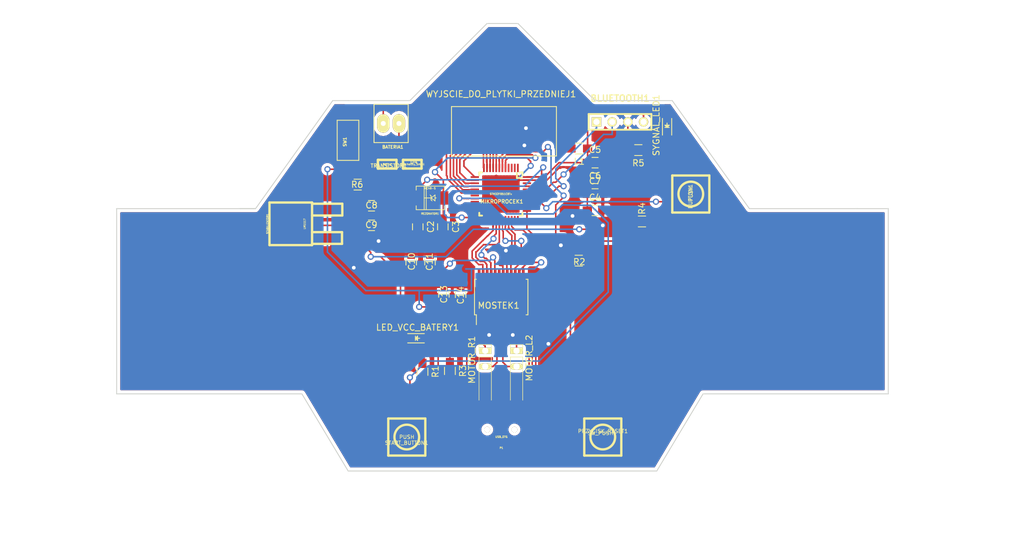
<source format=kicad_pcb>
(kicad_pcb (version 4) (host pcbnew 4.0.0-stable)
  (layers (0 F.Cu signal) (31 B.Cu signal hide) (34 B.Paste user) (35 F.Paste user) (36 B.SilkS user) (37 F.SilkS user) (38 B.Mask user) (39 F.Mask user) (44 Edge.Cuts user))
  (net 0 "")
  (net 1 "Net-(BATERIA1-Pad2)")
  (net 2 "Net-(BATERIA1-Pad1)")
  (net 3 /USART_RX)
  (net 4 /USART_TX)
  (net 5 GND)
  (net 6 VCC)
  (net 7 "Net-(BUTTON1-Pad2)")
  (net 8 "Net-(C2-Pad1)")
  (net 9 "Net-(C3-Pad1)")
  (net 10 "Net-(C8-Pad1)")
  (net 11 /SWCLK)
  (net 12 /SWDIO)
  (net 13 "Net-(L1-Pad2)")
  (net 14 "Net-(LED_VCC_BATERY1-Pad2)")
  (net 15 "Net-(MIKROPROCEK1-Pad1)")
  (net 16 "Net-(MIKROPROCEK1-Pad2)")
  (net 17 "Net-(MIKROPROCEK1-Pad3)")
  (net 18 "Net-(MIKROPROCEK1-Pad4)")
  (net 19 /T1)
  (net 20 /T2)
  (net 21 /T3)
  (net 22 /T4)
  (net 23 /T5)
  (net 24 /T6)
  (net 25 /T7)
  (net 26 /T8)
  (net 27 "Net-(MIKROPROCEK1-Pad19)")
  (net 28 "Net-(MIKROPROCEK1-Pad20)")
  (net 29 "Net-(MIKROPROCEK1-Pad21)")
  (net 30 "Net-(MIKROPROCEK1-Pad22)")
  (net 31 "Net-(MIKROPROCEK1-Pad25)")
  (net 32 "Net-(MIKROPROCEK1-Pad26)")
  (net 33 /L_PWM)
  (net 34 /L_IN2)
  (net 35 /L_IN1)
  (net 36 /R_PWM)
  (net 37 /R_IN2)
  (net 38 /R_IN1)
  (net 39 "Net-(MIKROPROCEK1-Pad35)")
  (net 40 "Net-(MIKROPROCEK1-Pad36)")
  (net 41 "Net-(MIKROPROCEK1-Pad38)")
  (net 42 "Net-(MIKROPROCEK1-Pad39)")
  (net 43 "Net-(MIKROPROCEK1-Pad40)")
  (net 44 "Net-(MIKROPROCEK1-Pad44)")
  (net 45 "Net-(MIKROPROCEK1-Pad45)")
  (net 46 "Net-(MIKROPROCEK1-Pad46)")
  (net 47 "Net-(MOSTEK1-Pad1)")
  (net 48 "Net-(MOSTEK1-Pad5)")
  (net 49 "Net-(MOSTEK1-Pad11)")
  (net 50 "Net-(R5-Pad1)")
  (net 51 /RESET)
  (net 52 "Net-(MOSTEK1-Pad7)")
  (module warsztatymisc:Goldpin_2_Pin (layer F.Cu) (at 139.7 113.03)
    (fp_text reference MOTOR_R1 (at -2.15392 1.46812 90) (layer F.SilkS))
    (fp_text value PIN2)
    (pad 1 thru_hole rect (at 0 0) (size 2 1) (drill 1) (layers *.Cu *.Mask F.SilkS) (net 47 "Net-(MOSTEK1-Pad1)"))
    (pad 2 thru_hole oval (at 0 2.54) (size 2 1) (drill 1) (layers *.Cu *.Mask F.SilkS) (net 48 "Net-(MOSTEK1-Pad5)"))
  )
  (module warsztatymisc:fpc_10_pin (layer F.Cu) (at 142.24 77.47)
    (fp_text reference WYJSCIE_DO_PLYTKI_PRZEDNIEJ1 (at 0.0254 -6.0325) (layer F.SilkS))
    (fp_text value PIN10)
    (pad 11 smd rect (at -6.65 -0.8) (size 2.3 2.8) (layers F.Cu F.Paste F.Mask))
    (pad 10 smd rect (at 5 -3) (size 0.6 2) (layers F.Cu F.Paste F.Mask) (net 6 VCC))
    (pad 9 smd rect (at 4 -3) (size 0.6 2) (layers F.Cu F.Paste F.Mask) (net 5 GND))
    (pad 8 smd rect (at 3 -3) (size 0.6 2) (layers F.Cu F.Paste F.Mask) (net 19 /T1))
    (pad 7 smd rect (at 2 -3) (size 0.6 2) (layers F.Cu F.Paste F.Mask) (net 20 /T2))
    (pad 6 smd rect (at 1 -3) (size 0.6 2) (layers F.Cu F.Paste F.Mask) (net 21 /T3))
    (pad 5 smd rect (at 0 -3) (size 0.6 2) (layers F.Cu F.Paste F.Mask) (net 22 /T4))
    (pad 4 smd rect (at -1 -3) (size 0.6 2) (layers F.Cu F.Paste F.Mask) (net 23 /T5))
    (pad 3 smd rect (at -2 -3) (size 0.6 2) (layers F.Cu F.Paste F.Mask) (net 24 /T6))
    (pad 2 smd rect (at -3 -3) (size 0.6 2) (layers F.Cu F.Paste F.Mask) (net 25 /T7))
    (pad 1 smd rect (at -4 -3) (size 0.6 2) (layers F.Cu F.Paste F.Mask) (net 26 /T8))
    (pad 11 smd rect (at 7.65 -0.8) (size 2.3 2.8) (layers F.Cu F.Paste F.Mask))
  )
  (module warsztatymisc:zl_zasilania (layer F.Cu) (at 127.23 73.1 180)
    (fp_text reference BATERIA1 (at 2.5 -6.91 180) (layer F.SilkS) (effects (font (size 0.5 0.5) (thickness 0.125))))
    (fp_text value LI-POL)
    (pad 2 thru_hole oval (at 4.04 -3.1 180) (size 2 3) (drill 0.8) (layers *.Cu *.Mask F.SilkS) (net 1 "Net-(BATERIA1-Pad2)"))
    (pad 1 thru_hole oval (at 1.5 -3.1 180) (size 2 3) (drill 0.8) (layers *.Cu *.Mask F.SilkS) (net 2 "Net-(BATERIA1-Pad1)"))
  )
  (module warsztatymisc:pin_array_4x1 (layer F.Cu) (at 161.544 75.946)
    (fp_text reference BLUETOOTH1 (at 0 -3.81) (layer F.SilkS) (effects (font (size 1.016 1.016) (thickness 0.2032))))
    (fp_text value PIN4 hide)
    (pad 1 thru_hole rect (at -3.81 0) (size 1.524 1.524) (drill 1.016) (layers *.Cu *.Mask F.SilkS) (net 3 /USART_RX))
    (pad 2 thru_hole circle (at -1.27 0) (size 1.524 1.524) (drill 1.016) (layers *.Cu *.Mask F.SilkS) (net 4 /USART_TX))
    (pad 3 thru_hole circle (at 1.27 0) (size 1.524 1.524) (drill 1.016) (layers *.Cu *.Mask F.SilkS) (net 5 GND))
    (pad 4 thru_hole circle (at 3.81 0) (size 1.524 1.524) (drill 1.016) (layers *.Cu *.Mask F.SilkS) (net 6 VCC))
  )
  (module warsztatymisc:SW_06_SMD (layer F.Cu) (at 173.00956 87.63 270)
    (fp_text reference BUTTON1 (at 0.39884 0.05044 270) (layer F.SilkS) (effects (font (size 0.59944 0.59944) (thickness 0.09906))))
    (fp_text value PUSH (at 0 0 270) (layer F.SilkS) (effects (font (size 0.59944 0.59944) (thickness 0.09906))))
    (pad 1 smd rect (at -4.20116 -2.25044 270) (size 2.10058 1.39954) (layers F.Cu F.Paste F.Mask) (net 5 GND))
    (pad 2 smd rect (at -4.20116 2.25044 270) (size 2.10058 1.39954) (layers F.Cu F.Paste F.Mask) (net 7 "Net-(BUTTON1-Pad2)"))
    (pad 2 smd rect (at 4.20116 2.25044 270) (size 2.10058 1.39954) (layers F.Cu F.Paste F.Mask) (net 7 "Net-(BUTTON1-Pad2)"))
    (pad 1 smd rect (at 4.20116 -2.25044 270) (size 2.10058 1.39954) (layers F.Cu F.Paste F.Mask) (net 5 GND))
  )
  (module Capacitors_SMD:C_0805_HandSoldering (layer F.Cu) (at 128.778 92.944 270)
    (fp_text reference C2 (at 0 -2.1 270) (layer F.SilkS))
    (fp_text value 22pF)
    (pad 1 smd rect (at -1.25 0 270) (size 1.5 1.25) (layers F.Cu F.Paste F.Mask) (net 8 "Net-(C2-Pad1)"))
    (pad 2 smd rect (at 1.25 0 270) (size 1.5 1.25) (layers F.Cu F.Paste F.Mask) (net 5 GND))
  )
  (module Capacitors_SMD:C_0805_HandSoldering (layer F.Cu) (at 132.842 92.944 270)
    (fp_text reference C3 (at 0 -2.1 270) (layer F.SilkS))
    (fp_text value 22pF)
    (pad 1 smd rect (at -1.25 0 270) (size 1.5 1.25) (layers F.Cu F.Paste F.Mask) (net 9 "Net-(C3-Pad1)"))
    (pad 2 smd rect (at 1.25 0 270) (size 1.5 1.25) (layers F.Cu F.Paste F.Mask) (net 5 GND))
  )
  (module Capacitors_SMD:C_0805_HandSoldering (layer F.Cu) (at 157.5 90.2843)
    (fp_text reference C4 (at 0 -2.1) (layer F.SilkS))
    (fp_text value 10nF)
    (pad 1 smd rect (at -1.25 0) (size 1.5 1.25) (layers F.Cu F.Paste F.Mask) (net 6 VCC))
    (pad 2 smd rect (at 1.25 0) (size 1.5 1.25) (layers F.Cu F.Paste F.Mask) (net 5 GND))
  )
  (module Capacitors_SMD:C_0805_HandSoldering (layer F.Cu) (at 157.5 82.55)
    (fp_text reference C5 (at 0 -2.1) (layer F.SilkS))
    (fp_text value 1uF)
    (pad 1 smd rect (at -1.25 0) (size 1.5 1.25) (layers F.Cu F.Paste F.Mask) (net 6 VCC))
    (pad 2 smd rect (at 1.25 0) (size 1.5 1.25) (layers F.Cu F.Paste F.Mask) (net 5 GND))
  )
  (module Capacitors_SMD:C_0805_HandSoldering (layer F.Cu) (at 157.5 85.09)
    (fp_text reference C6 (at 0 -0.4191) (layer F.SilkS))
    (fp_text value 100nF)
    (pad 1 smd rect (at -1.25 0) (size 1.5 1.25) (layers F.Cu F.Paste F.Mask) (net 6 VCC))
    (pad 2 smd rect (at 1.25 0) (size 1.5 1.25) (layers F.Cu F.Paste F.Mask) (net 5 GND))
  )
  (module Capacitors_SMD:C_0805_HandSoldering (layer F.Cu) (at 157.5 87.63)
    (fp_text reference C7 (at 0 -2.1) (layer F.SilkS))
    (fp_text value 1,47uF)
    (pad 1 smd rect (at -1.25 0) (size 1.5 1.25) (layers F.Cu F.Paste F.Mask) (net 6 VCC))
    (pad 2 smd rect (at 1.25 0) (size 1.5 1.25) (layers F.Cu F.Paste F.Mask) (net 5 GND))
  )
  (module Capacitors_SMD:C_0805_HandSoldering (layer F.Cu) (at 121.285 89.535)
    (fp_text reference C8 (at 0 -0.0762) (layer F.SilkS))
    (fp_text value 10uF)
    (pad 1 smd rect (at -1.25 0) (size 1.5 1.25) (layers F.Cu F.Paste F.Mask) (net 10 "Net-(C8-Pad1)"))
    (pad 2 smd rect (at 1.25 0) (size 1.5 1.25) (layers F.Cu F.Paste F.Mask) (net 5 GND))
  )
  (module Capacitors_SMD:C_0805_HandSoldering (layer F.Cu) (at 121.285 92.71)
    (fp_text reference C9 (at -0.0254 -0.0762) (layer F.SilkS))
    (fp_text value 10uF)
    (pad 1 smd rect (at -1.25 0) (size 1.5 1.25) (layers F.Cu F.Paste F.Mask) (net 6 VCC))
    (pad 2 smd rect (at 1.25 0) (size 1.5 1.25) (layers F.Cu F.Paste F.Mask) (net 5 GND))
  )
  (module Capacitors_SMD:C_0805_HandSoldering (layer F.Cu) (at 127.7112 98.6336 90)
    (fp_text reference C10 (at 0.0816 0.0762 90) (layer F.SilkS))
    (fp_text value 1uF)
    (pad 1 smd rect (at -1.25 0 90) (size 1.5 1.25) (layers F.Cu F.Paste F.Mask) (net 6 VCC))
    (pad 2 smd rect (at 1.25 0 90) (size 1.5 1.25) (layers F.Cu F.Paste F.Mask) (net 5 GND))
  )
  (module Capacitors_SMD:C_0805_HandSoldering (layer F.Cu) (at 130.7592 98.6228 270)
    (fp_text reference C11 (at -0.02 0.0762 270) (layer F.SilkS))
    (fp_text value 10uF)
    (pad 1 smd rect (at -1.25 0 270) (size 1.5 1.25) (layers F.Cu F.Paste F.Mask) (net 5 GND))
    (pad 2 smd rect (at 1.25 0 270) (size 1.5 1.25) (layers F.Cu F.Paste F.Mask) (net 6 VCC))
  )
  (module Capacitors_SMD:C_0805_HandSoldering (layer F.Cu) (at 133.00964 103.8533 270)
    (fp_text reference C13 (at 0.0308 0 270) (layer F.SilkS))
    (fp_text value 0.1uF)
    (pad 1 smd rect (at -1.25 0 270) (size 1.5 1.25) (layers F.Cu F.Paste F.Mask) (net 5 GND))
    (pad 2 smd rect (at 1.25 0 270) (size 1.5 1.25) (layers F.Cu F.Paste F.Mask) (net 10 "Net-(C8-Pad1)"))
  )
  (module Capacitors_SMD:C_0805_HandSoldering (layer F.Cu) (at 135.71728 103.90664 90)
    (fp_text reference C14 (at -0.1324 0 90) (layer F.SilkS))
    (fp_text value 10uF)
    (pad 1 smd rect (at -1.25 0 90) (size 1.5 1.25) (layers F.Cu F.Paste F.Mask) (net 10 "Net-(C8-Pad1)"))
    (pad 2 smd rect (at 1.25 0 90) (size 1.5 1.25) (layers F.Cu F.Paste F.Mask) (net 5 GND))
  )
  (module Resistors_SMD:R_0805_HandSoldering (layer F.Cu) (at 154.94 80.264 180)
    (fp_text reference L1 (at 0 -2.1 180) (layer F.SilkS))
    (fp_text value 10uH)
    (pad 1 smd rect (at -1.35 0 180) (size 1.5 1.3) (layers F.Cu F.Paste F.Mask) (net 6 VCC))
    (pad 2 smd rect (at 1.35 0 180) (size 1.5 1.3) (layers F.Cu F.Paste F.Mask) (net 13 "Net-(L1-Pad2)"))
  )
  (module LEDs:LED_0805 (layer F.Cu) (at 128.74498 110.998)
    (fp_text reference LED_VCC_BATERY1 (at 0 -1.75) (layer F.SilkS))
    (fp_text value LED_GREEN)
    (pad 2 smd rect (at 1.04902 0 180) (size 1.19888 1.19888) (layers F.Cu F.Paste F.Mask) (net 14 "Net-(LED_VCC_BATERY1-Pad2)"))
    (pad 1 smd rect (at -1.04902 0 180) (size 1.19888 1.19888) (layers F.Cu F.Paste F.Mask) (net 5 GND))
  )
  (module warsztatymisc:LQFP48 (layer F.Cu) (at 142.24 87.63 180)
    (fp_text reference MIKROPROCEK1 (at -0.14828 -1.22402 180) (layer F.SilkS) (effects (font (size 0.59944 0.59944) (thickness 0.12446))))
    (fp_text value STM32F051C8Tx (at 0 0 180) (layer F.SilkS) (effects (font (size 0.29972 0.29972) (thickness 0.0762))))
    (pad 1 smd rect (at -2.74828 4.22402) (size 0.28956 1.34874) (layers F.Cu F.Paste F.Mask) (net 15 "Net-(MIKROPROCEK1-Pad1)"))
    (pad 2 smd rect (at -2.2479 4.22402) (size 0.28956 1.34874) (layers F.Cu F.Paste F.Mask) (net 16 "Net-(MIKROPROCEK1-Pad2)"))
    (pad 3 smd rect (at -1.74752 4.22402) (size 0.28956 1.34874) (layers F.Cu F.Paste F.Mask) (net 17 "Net-(MIKROPROCEK1-Pad3)"))
    (pad 4 smd rect (at -1.24968 4.22402) (size 0.28956 1.34874) (layers F.Cu F.Paste F.Mask) (net 18 "Net-(MIKROPROCEK1-Pad4)"))
    (pad 5 smd rect (at -0.7493 4.22402) (size 0.28956 1.34874) (layers F.Cu F.Paste F.Mask) (net 8 "Net-(C2-Pad1)"))
    (pad 6 smd rect (at -0.24892 4.22402) (size 0.28956 1.34874) (layers F.Cu F.Paste F.Mask) (net 9 "Net-(C3-Pad1)"))
    (pad 7 smd rect (at 0.24892 4.22402) (size 0.28956 1.34874) (layers F.Cu F.Paste F.Mask) (net 51 /RESET))
    (pad 8 smd rect (at 0.7493 4.22402) (size 0.28956 1.34874) (layers F.Cu F.Paste F.Mask) (net 5 GND))
    (pad 9 smd rect (at 1.24968 4.22402) (size 0.28956 1.34874) (layers F.Cu F.Paste F.Mask) (net 13 "Net-(L1-Pad2)"))
    (pad 10 smd rect (at 1.74752 4.22402) (size 0.28956 1.34874) (layers F.Cu F.Paste F.Mask) (net 19 /T1))
    (pad 11 smd rect (at 2.2479 4.22402) (size 0.28956 1.34874) (layers F.Cu F.Paste F.Mask) (net 20 /T2))
    (pad 12 smd rect (at 2.74828 4.22402) (size 0.28956 1.34874) (layers F.Cu F.Paste F.Mask) (net 21 /T3))
    (pad 13 smd rect (at 4.22402 2.74828 90) (size 0.28956 1.34874) (layers F.Cu F.Paste F.Mask) (net 22 /T4))
    (pad 14 smd rect (at 4.22402 2.2479 90) (size 0.28956 1.34874) (layers F.Cu F.Paste F.Mask) (net 23 /T5))
    (pad 15 smd rect (at 4.22402 1.74752 90) (size 0.28956 1.34874) (layers F.Cu F.Paste F.Mask) (net 24 /T6))
    (pad 16 smd rect (at 4.22402 1.24968 90) (size 0.28956 1.34874) (layers F.Cu F.Paste F.Mask) (net 25 /T7))
    (pad 17 smd rect (at 4.22402 0.7493 90) (size 0.28956 1.34874) (layers F.Cu F.Paste F.Mask) (net 26 /T8))
    (pad 18 smd rect (at 4.22402 0.24892 90) (size 0.28956 1.34874) (layers F.Cu F.Paste F.Mask) (net 45 "Net-(MIKROPROCEK1-Pad45)"))
    (pad 19 smd rect (at 4.22402 -0.24892 90) (size 0.28956 1.34874) (layers F.Cu F.Paste F.Mask) (net 27 "Net-(MIKROPROCEK1-Pad19)"))
    (pad 20 smd rect (at 4.22402 -0.7493 90) (size 0.28956 1.34874) (layers F.Cu F.Paste F.Mask) (net 28 "Net-(MIKROPROCEK1-Pad20)"))
    (pad 21 smd rect (at 4.22402 -1.24968 90) (size 0.28956 1.34874) (layers F.Cu F.Paste F.Mask) (net 29 "Net-(MIKROPROCEK1-Pad21)"))
    (pad 22 smd rect (at 4.22402 -1.74752 90) (size 0.28956 1.34874) (layers F.Cu F.Paste F.Mask) (net 30 "Net-(MIKROPROCEK1-Pad22)"))
    (pad 23 smd rect (at 4.22402 -2.2479 90) (size 0.28956 1.34874) (layers F.Cu F.Paste F.Mask) (net 5 GND))
    (pad 24 smd rect (at 4.22402 -2.74828 90) (size 0.28956 1.34874) (layers F.Cu F.Paste F.Mask) (net 6 VCC))
    (pad 25 smd rect (at 2.74828 -4.22402 180) (size 0.28956 1.34874) (layers F.Cu F.Paste F.Mask) (net 31 "Net-(MIKROPROCEK1-Pad25)"))
    (pad 26 smd rect (at 2.2479 -4.22402 180) (size 0.28956 1.34874) (layers F.Cu F.Paste F.Mask) (net 32 "Net-(MIKROPROCEK1-Pad26)"))
    (pad 27 smd rect (at 1.74752 -4.22402 180) (size 0.28956 1.34874) (layers F.Cu F.Paste F.Mask))
    (pad 28 smd rect (at 1.24968 -4.22402 180) (size 0.28956 1.34874) (layers F.Cu F.Paste F.Mask) (net 33 /L_PWM))
    (pad 29 smd rect (at 0.7493 -4.22402 180) (size 0.28956 1.34874) (layers F.Cu F.Paste F.Mask) (net 34 /L_IN2))
    (pad 30 smd rect (at 0.24892 -4.22402 180) (size 0.28956 1.34874) (layers F.Cu F.Paste F.Mask) (net 35 /L_IN1))
    (pad 31 smd rect (at -0.24892 -4.22402 180) (size 0.28956 1.34874) (layers F.Cu F.Paste F.Mask) (net 36 /R_PWM))
    (pad 32 smd rect (at -0.7493 -4.22402 180) (size 0.28956 1.34874) (layers F.Cu F.Paste F.Mask) (net 37 /R_IN2))
    (pad 33 smd rect (at -1.24968 -4.22402 180) (size 0.28956 1.34874) (layers F.Cu F.Paste F.Mask) (net 38 /R_IN1))
    (pad 34 smd rect (at -1.74752 -4.22402 180) (size 0.28956 1.34874) (layers F.Cu F.Paste F.Mask) (net 12 /SWDIO))
    (pad 35 smd rect (at -2.2479 -4.22402 180) (size 0.28956 1.34874) (layers F.Cu F.Paste F.Mask) (net 39 "Net-(MIKROPROCEK1-Pad35)"))
    (pad 36 smd rect (at -2.74828 -4.22402 180) (size 0.28956 1.34874) (layers F.Cu F.Paste F.Mask) (net 40 "Net-(MIKROPROCEK1-Pad36)"))
    (pad 37 smd rect (at -4.22402 -2.74828 270) (size 0.28956 1.34874) (layers F.Cu F.Paste F.Mask) (net 11 /SWCLK))
    (pad 38 smd rect (at -4.22402 -2.2479 270) (size 0.28956 1.34874) (layers F.Cu F.Paste F.Mask) (net 41 "Net-(MIKROPROCEK1-Pad38)"))
    (pad 39 smd rect (at -4.22402 -1.74752 270) (size 0.28956 1.34874) (layers F.Cu F.Paste F.Mask) (net 42 "Net-(MIKROPROCEK1-Pad39)"))
    (pad 40 smd rect (at -4.22402 -1.24968 270) (size 0.28956 1.34874) (layers F.Cu F.Paste F.Mask) (net 43 "Net-(MIKROPROCEK1-Pad40)"))
    (pad 41 smd rect (at -4.22402 -0.7493 270) (size 0.28956 1.34874) (layers F.Cu F.Paste F.Mask) (net 7 "Net-(BUTTON1-Pad2)"))
    (pad 42 smd rect (at -4.22402 -0.24892 270) (size 0.28956 1.34874) (layers F.Cu F.Paste F.Mask) (net 3 /USART_RX))
    (pad 43 smd rect (at -4.22402 0.24892 270) (size 0.28956 1.34874) (layers F.Cu F.Paste F.Mask) (net 4 /USART_TX))
    (pad 44 smd rect (at -4.22402 0.7493 270) (size 0.28956 1.34874) (layers F.Cu F.Paste F.Mask) (net 44 "Net-(MIKROPROCEK1-Pad44)"))
    (pad 45 smd rect (at -4.22402 1.24968 270) (size 0.28956 1.34874) (layers F.Cu F.Paste F.Mask) (net 45 "Net-(MIKROPROCEK1-Pad45)"))
    (pad 46 smd rect (at -4.22402 1.74752 270) (size 0.28956 1.34874) (layers F.Cu F.Paste F.Mask) (net 46 "Net-(MIKROPROCEK1-Pad46)"))
    (pad 47 smd rect (at -4.22402 2.2479 270) (size 0.28956 1.34874) (layers F.Cu F.Paste F.Mask) (net 5 GND))
    (pad 48 smd rect (at -4.22402 2.74828 270) (size 0.28956 1.34874) (layers F.Cu F.Paste F.Mask) (net 6 VCC))
  )
  (module warsztaty:TB6612 (layer F.Cu) (at 142.295 104.32 90)
    (fp_text reference MOSTEK1 (at -1.3716 -0.4064 180) (layer F.SilkS))
    (fp_text value TB6612)
    (pad 1 smd rect (at -3.6 -3.575 90) (size 1.75 0.45) (layers F.Cu F.Paste F.Mask) (net 47 "Net-(MOSTEK1-Pad1)"))
    (pad 2 smd rect (at -3.6 -2.925 90) (size 1.75 0.45) (layers F.Cu F.Paste F.Mask) (net 47 "Net-(MOSTEK1-Pad1)"))
    (pad 3 smd rect (at -3.6 -2.275 90) (size 1.75 0.45) (layers F.Cu F.Paste F.Mask) (net 5 GND))
    (pad 4 smd rect (at -3.6 -1.625 90) (size 1.75 0.45) (layers F.Cu F.Paste F.Mask) (net 5 GND))
    (pad 5 smd rect (at -3.6 -0.975 90) (size 1.75 0.45) (layers F.Cu F.Paste F.Mask) (net 48 "Net-(MOSTEK1-Pad5)"))
    (pad 6 smd rect (at -3.6 -0.325 90) (size 1.75 0.45) (layers F.Cu F.Paste F.Mask) (net 48 "Net-(MOSTEK1-Pad5)"))
    (pad 7 smd rect (at -3.6 0.325 90) (size 1.75 0.45) (layers F.Cu F.Paste F.Mask) (net 52 "Net-(MOSTEK1-Pad7)"))
    (pad 8 smd rect (at -3.6 0.975 90) (size 1.75 0.45) (layers F.Cu F.Paste F.Mask) (net 52 "Net-(MOSTEK1-Pad7)"))
    (pad 9 smd rect (at -3.6 1.625 90) (size 1.75 0.45) (layers F.Cu F.Paste F.Mask) (net 5 GND))
    (pad 10 smd rect (at -3.6 2.275 90) (size 1.75 0.45) (layers F.Cu F.Paste F.Mask) (net 5 GND))
    (pad 11 smd rect (at -3.6 2.925 90) (size 1.75 0.45) (layers F.Cu F.Paste F.Mask) (net 49 "Net-(MOSTEK1-Pad11)"))
    (pad 12 smd rect (at -3.6 3.575 90) (size 1.75 0.45) (layers F.Cu F.Paste F.Mask) (net 49 "Net-(MOSTEK1-Pad11)"))
    (pad 13 smd rect (at 3.6 3.575 90) (size 1.75 0.45) (layers F.Cu F.Paste F.Mask) (net 10 "Net-(C8-Pad1)"))
    (pad 14 smd rect (at 3.6 2.925 90) (size 1.75 0.45) (layers F.Cu F.Paste F.Mask) (net 10 "Net-(C8-Pad1)"))
    (pad 15 smd rect (at 3.6 2.275 90) (size 1.75 0.45) (layers F.Cu F.Paste F.Mask) (net 36 /R_PWM))
    (pad 16 smd rect (at 3.6 1.625 90) (size 1.75 0.45) (layers F.Cu F.Paste F.Mask) (net 38 /R_IN1))
    (pad 17 smd rect (at 3.6 0.975 90) (size 1.75 0.45) (layers F.Cu F.Paste F.Mask) (net 37 /R_IN2))
    (pad 18 smd rect (at 3.6 0.325 90) (size 1.75 0.45) (layers F.Cu F.Paste F.Mask) (net 5 GND))
    (pad 19 smd rect (at 3.6 -0.325 90) (size 1.75 0.45) (layers F.Cu F.Paste F.Mask) (net 6 VCC))
    (pad 20 smd rect (at 3.6 -0.975 90) (size 1.75 0.45) (layers F.Cu F.Paste F.Mask) (net 6 VCC))
    (pad 21 smd rect (at 3.6 -1.625 90) (size 1.75 0.45) (layers F.Cu F.Paste F.Mask) (net 34 /L_IN2))
    (pad 22 smd rect (at 3.6 -2.275 90) (size 1.75 0.45) (layers F.Cu F.Paste F.Mask) (net 35 /L_IN1))
    (pad 23 smd rect (at 3.6 -2.925 90) (size 1.75 0.45) (layers F.Cu F.Paste F.Mask) (net 33 /L_PWM))
    (pad 24 smd rect (at 3.6 -3.575 90) (size 1.75 0.45) (layers F.Cu F.Paste F.Mask) (net 10 "Net-(C8-Pad1)"))
  )
  (module warsztatymisc:USB-MINI-B-SMD (layer F.Cu) (at 142.24 131.04114 180)
    (fp_text reference P1 (at -0.0891 2.275 180) (layer F.SilkS) (effects (font (size 0.29972 0.29972) (thickness 0.0762))))
    (fp_text value USB_OTG (at -0.0891 4.075 180) (layer F.SilkS) (effects (font (size 0.29972 0.29972) (thickness 0.0762))))
    (pad "" smd rect (at 4.45008 2.25044 180) (size 1.99898 2.49936) (layers F.Cu F.Paste F.Mask) (clearance 0.14986))
    (pad "" smd rect (at 4.45008 7.74954 180) (size 1.99898 2.49936) (layers F.Cu F.Paste F.Mask))
    (pad 6 smd rect (at -4.45008 7.74954 180) (size 1.99898 2.49936) (layers F.Cu F.Paste F.Mask) (net 5 GND))
    (pad "" smd rect (at -4.45008 2.25044 180) (size 1.99898 2.49936) (layers F.Cu F.Paste F.Mask))
    (pad "" thru_hole circle (at 2.19964 5.25018 180) (size 0.90932 0.90932) (drill 0.89916) (layers *.Cu *.Mask F.SilkS) (clearance 0.14986))
    (pad "" thru_hole circle (at -2.19964 5.25018 180) (size 0.90932 0.90932) (drill 0.89916) (layers *.Cu *.Mask F.SilkS) (clearance 0.14986))
    (pad 5 smd rect (at -1.6002 7.85114 180) (size 0.50038 2.30124) (layers F.Cu F.Paste F.Mask) (net 5 GND) (clearance 0.14986))
    (pad 4 smd rect (at -0.8001 7.85114 180) (size 0.50038 2.30124) (layers F.Cu F.Paste F.Mask) (net 51 /RESET) (clearance 0.14986))
    (pad 3 smd rect (at 0 7.85114 180) (size 0.50038 2.30124) (layers F.Cu F.Paste F.Mask) (net 11 /SWCLK) (clearance 0.14986))
    (pad 2 smd rect (at 0.8001 7.85114 180) (size 0.50038 2.30124) (layers F.Cu F.Paste F.Mask) (net 12 /SWDIO) (clearance 0.14986))
    (pad 1 smd rect (at 1.6002 7.85114 180) (size 0.50038 2.30124) (layers F.Cu F.Paste F.Mask) (net 6 VCC) (clearance 0.14986))
  )
  (module warsztatymisc:SW_06_SMD (layer F.Cu) (at 158.75 127)
    (fp_text reference PRZYCISK_RESET1 (at 0.0254 -0.94996) (layer F.SilkS) (effects (font (size 0.59944 0.59944) (thickness 0.09906))))
    (fp_text value SW_PUSH (at -0.37084 -0.635) (layer F.SilkS) (effects (font (size 0.59944 0.59944) (thickness 0.09906))))
    (pad 1 smd rect (at -4.20116 -2.25044) (size 2.10058 1.39954) (layers F.Cu F.Paste F.Mask) (net 51 /RESET))
    (pad 2 smd rect (at -4.20116 2.25044) (size 2.10058 1.39954) (layers F.Cu F.Paste F.Mask) (net 5 GND))
    (pad 2 smd rect (at 4.20116 2.25044) (size 2.10058 1.39954) (layers F.Cu F.Paste F.Mask) (net 5 GND))
    (pad 1 smd rect (at 4.20116 -2.25044) (size 2.10058 1.39954) (layers F.Cu F.Paste F.Mask) (net 51 /RESET))
  )
  (module Resistors_SMD:R_0805_HandSoldering (layer F.Cu) (at 129.54 116.412 270)
    (fp_text reference R1 (at 0 -2.1 270) (layer F.SilkS))
    (fp_text value 200)
    (pad 1 smd rect (at -1.35 0 270) (size 1.5 1.3) (layers F.Cu F.Paste F.Mask) (net 14 "Net-(LED_VCC_BATERY1-Pad2)"))
    (pad 2 smd rect (at 1.35 0 270) (size 1.5 1.3) (layers F.Cu F.Paste F.Mask) (net 6 VCC))
  )
  (module Resistors_SMD:R_0805_HandSoldering (layer F.Cu) (at 154.86 98.425 180)
    (fp_text reference R2 (at -0.08 -0.2032 180) (layer F.SilkS))
    (fp_text value 10k)
    (pad 1 smd rect (at -1.35 0 180) (size 1.5 1.3) (layers F.Cu F.Paste F.Mask) (net 6 VCC))
    (pad 2 smd rect (at 1.35 0 180) (size 1.5 1.3) (layers F.Cu F.Paste F.Mask) (net 51 /RESET))
  )
  (module Resistors_SMD:R_0805_HandSoldering (layer F.Cu) (at 133.985 116.285 270)
    (fp_text reference R3 (at 0 -2.1 270) (layer F.SilkS))
    (fp_text value 10k)
    (pad 1 smd rect (at -1.35 0 270) (size 1.5 1.3) (layers F.Cu F.Paste F.Mask) (net 6 VCC))
    (pad 2 smd rect (at 1.35 0 270) (size 1.5 1.3) (layers F.Cu F.Paste F.Mask) (net 28 "Net-(MIKROPROCEK1-Pad20)"))
  )
  (module Resistors_SMD:R_0805_HandSoldering (layer F.Cu) (at 165.1 92.075)
    (fp_text reference R4 (at 0 -2.1 90) (layer F.SilkS))
    (fp_text value 10k)
    (pad 1 smd rect (at -1.35 0) (size 1.5 1.3) (layers F.Cu F.Paste F.Mask) (net 6 VCC))
    (pad 2 smd rect (at 1.35 0) (size 1.5 1.3) (layers F.Cu F.Paste F.Mask) (net 7 "Net-(BUTTON1-Pad2)"))
  )
  (module Resistors_SMD:R_0805_HandSoldering (layer F.Cu) (at 164.512 80.518 180)
    (fp_text reference R5 (at 0 -2.1 180) (layer F.SilkS))
    (fp_text value 200)
    (pad 1 smd rect (at -1.35 0 180) (size 1.5 1.3) (layers F.Cu F.Paste F.Mask) (net 50 "Net-(R5-Pad1)"))
    (pad 2 smd rect (at 1.35 0 180) (size 1.5 1.3) (layers F.Cu F.Paste F.Mask) (net 5 GND))
  )
  (module Resistors_SMD:R_0805_HandSoldering (layer F.Cu) (at 119.046 86.106 180)
    (fp_text reference R6 (at 0.08 0 180) (layer F.SilkS))
    (fp_text value 1k)
    (pad 1 smd rect (at -1.35 0 180) (size 1.5 1.3) (layers F.Cu F.Paste F.Mask) (net 10 "Net-(C8-Pad1)"))
    (pad 2 smd rect (at 1.35 0 180) (size 1.5 1.3) (layers F.Cu F.Paste F.Mask) (net 10 "Net-(C8-Pad1)"))
  )
  (module warsztaty:LM1117_TO-252 (layer F.Cu) (at 114.85372 92.456 90)
    (fp_text reference STABILIZATOR1 (at 0 -10.414 90) (layer F.SilkS) (effects (font (size 0.29972 0.29972) (thickness 0.0762))))
    (fp_text value LM1117 (at 0 -4.39928 90) (layer F.SilkS) (effects (font (size 0.29972 0.29972) (thickness 0.0762))))
    (pad 3 smd rect (at -2.30124 0 90) (size 1.651 3.048) (layers F.Cu F.Paste F.Mask) (net 5 GND))
    (pad 2 smd rect (at 0 -6.64972 90) (size 6.70052 6.70052) (layers F.Cu F.Paste F.Mask) (net 6 VCC))
    (pad 1 smd rect (at 2.30124 0 90) (size 1.651 3.048) (layers F.Cu F.Paste F.Mask) (net 10 "Net-(C8-Pad1)"))
  )
  (module warsztatymisc:SW_06_SMD (layer F.Cu) (at 127 127 180)
    (fp_text reference START_BUTTON1 (at 0.0254 -0.94996 180) (layer F.SilkS) (effects (font (size 0.59944 0.59944) (thickness 0.09906))))
    (fp_text value PUSH (at 0 0 180) (layer F.SilkS) (effects (font (size 0.59944 0.59944) (thickness 0.09906))))
    (pad 1 smd rect (at -4.20116 -2.25044 180) (size 2.10058 1.39954) (layers F.Cu F.Paste F.Mask) (net 5 GND))
    (pad 2 smd rect (at -4.20116 2.25044 180) (size 2.10058 1.39954) (layers F.Cu F.Paste F.Mask) (net 28 "Net-(MIKROPROCEK1-Pad20)"))
    (pad 2 smd rect (at 4.20116 2.25044 180) (size 2.10058 1.39954) (layers F.Cu F.Paste F.Mask) (net 28 "Net-(MIKROPROCEK1-Pad20)"))
    (pad 1 smd rect (at 4.20116 -2.25044 180) (size 2.10058 1.39954) (layers F.Cu F.Paste F.Mask) (net 5 GND))
  )
  (module warsztatymisc:tact_switch_smd (layer F.Cu) (at 117.475 74.93 270)
    (fp_text reference SW1 (at 4.25 0.5 270) (layer F.SilkS) (effects (font (size 0.5 0.5) (thickness 0.125))))
    (fp_text value SPST)
    (pad 1 smd rect (at 0 0 270) (size 2 2) (layers F.Cu F.Paste F.Mask) (net 1 "Net-(BATERIA1-Pad2)"))
    (pad 2 smd rect (at 8 0 270) (size 2 2) (layers F.Cu F.Paste F.Mask) (net 10 "Net-(C8-Pad1)"))
  )
  (module LEDs:LED_0805 (layer F.Cu) (at 169.164 76.48702 90)
    (fp_text reference SYGNAL_LED1 (at 0 -1.75 90) (layer F.SilkS))
    (fp_text value LED_BLUE)
    (pad 2 smd rect (at 1.04902 0 270) (size 1.19888 1.19888) (layers F.Cu F.Paste F.Mask) (net 45 "Net-(MIKROPROCEK1-Pad45)"))
    (pad 1 smd rect (at -1.04902 0 270) (size 1.19888 1.19888) (layers F.Cu F.Paste F.Mask) (net 50 "Net-(R5-Pad1)"))
  )
  (module warsztatymisc:SOT23-BAT54C (layer F.Cu) (at 127.889 82.804 180)
    (fp_text reference D4 (at -0.254 0.381 180) (layer F.SilkS) (effects (font (size 0.59944 0.59944) (thickness 0.12446))))
    (fp_text value D_Schottky_Small (at 0 0 180) (layer F.SilkS) (effects (font (size 0.29972 0.29972) (thickness 0.07112))))
    (pad 2 smd rect (at 0.889 -1.016 180) (size 0.9144 0.9144) (layers F.Cu F.Paste F.Mask) (net 5 GND))
    (pad 2 smd rect (at -0.889 -1.016 180) (size 0.9144 0.9144) (layers F.Cu F.Paste F.Mask) (net 5 GND))
    (pad 1 smd rect (at 0 1.00076 180) (size 0.9144 0.9144) (layers F.Cu F.Paste F.Mask) (net 2 "Net-(BATERIA1-Pad1)"))
  )
  (module warsztatymisc:DO-214AA (layer F.Cu) (at 130.81 88.265 180)
    (fp_text reference REZONATOR1 (at 0.0508 -2.55016 180) (layer F.SilkS) (effects (font (size 0.29972 0.29972) (thickness 0.0762))))
    (fp_text value HC49-S (at 0.0508 1.5494 180) (layer F.SilkS) (effects (font (size 0.29972 0.29972) (thickness 0.0762))))
    (pad 1 smd rect (at -2.11074 0 180) (size 1.62052 2.17932) (layers F.Cu F.Paste F.Mask) (net 9 "Net-(C3-Pad1)"))
    (pad 2 smd rect (at 2.11074 0 180) (size 1.62052 2.17932) (layers F.Cu F.Paste F.Mask) (net 8 "Net-(C2-Pad1)"))
  )
  (module warsztatymisc:SOT23-3 (layer F.Cu) (at 123.825 82.804 180)
    (fp_text reference TRANSISTOR1 (at -0.254 -0.254 180) (layer F.SilkS) (effects (font (size 0.59944 0.59944) (thickness 0.12446))))
    (fp_text value BUZ11 (at 0 0 180) (layer F.SilkS) (effects (font (size 0.29972 0.29972) (thickness 0.07112))))
    (pad G smd rect (at 0.889 -1.016 180) (size 0.9144 0.9144) (layers F.Cu F.Paste F.Mask) (net 10 "Net-(C8-Pad1)"))
    (pad S smd rect (at -0.889 -1.016 180) (size 0.9144 0.9144) (layers F.Cu F.Paste F.Mask) (net 5 GND))
    (pad D smd rect (at 0 1.00076 180) (size 0.9144 0.9144) (layers F.Cu F.Paste F.Mask) (net 2 "Net-(BATERIA1-Pad1)"))
  )
  (module warsztatymisc:Goldpin_2_Pin (layer F.Cu) (at 144.78 113.03)
    (fp_text reference MOTOR_L2 (at 2.05232 1.16332 90) (layer F.SilkS))
    (fp_text value PIN2)
    (pad 1 thru_hole rect (at 0 0) (size 2 1) (drill 1) (layers *.Cu *.Mask F.SilkS) (net 49 "Net-(MOSTEK1-Pad11)"))
    (pad 2 thru_hole oval (at 0 2.54) (size 2 1) (drill 1) (layers *.Cu *.Mask F.SilkS) (net 52 "Net-(MOSTEK1-Pad7)"))
  )
  (gr_line (start 117.5 72.5) (end 115 72.5) (layer Edge.Cuts) (width 0.15))
  (gr_line (start 115 72.5) (end 102.5 90) (layer Edge.Cuts) (width 0.15))
  (gr_line (start 127.5 72.5) (end 117.5 72.5) (layer Edge.Cuts) (width 0.15))
  (gr_line (start 132.5 67.5) (end 127.5 72.5) (layer Edge.Cuts) (width 0.15))
  (gr_line (start 152.5 67.5) (end 157.5 72.5) (layer Edge.Cuts) (width 0.15))
  (gr_line (start 170 72.5) (end 167.5 72.5) (layer Edge.Cuts) (width 0.15))
  (gr_line (start 170 72.5) (end 182.5 90) (layer Edge.Cuts) (width 0.15))
  (gr_line (start 167.5 72.5) (end 157.5 72.5) (layer Edge.Cuts) (width 0.15))
  (gr_line (start 140 60) (end 137.5 62.5) (layer Edge.Cuts) (width 0.15))
  (gr_line (start 145 60) (end 140 60) (layer Edge.Cuts) (width 0.15))
  (gr_line (start 147.5 62.5) (end 145 60) (layer Edge.Cuts) (width 0.15))
  (gr_line (start 137.5 62.5) (end 135 65) (layer Edge.Cuts) (width 0.15))
  (gr_line (start 150 65) (end 152.5 67.5) (layer Edge.Cuts) (width 0.15))
  (gr_line (start 135 65) (end 132.5 67.5) (layer Edge.Cuts) (width 0.15))
  (gr_line (start 150 65) (end 147.5 62.5) (layer Edge.Cuts) (width 0.15))
  (gr_line (start 200 90) (end 182.5 90) (layer Edge.Cuts) (width 0.15))
  (gr_line (start 205 120) (end 175 120) (layer Edge.Cuts) (width 0.15))
  (gr_line (start 205 90) (end 205 120) (layer Edge.Cuts) (width 0.15))
  (gr_line (start 200 90) (end 205 90) (layer Edge.Cuts) (width 0.15))
  (gr_line (start 167.5 132.5) (end 117.5 132.5) (layer Edge.Cuts) (width 0.15))
  (gr_line (start 175 120) (end 167.5 132.5) (layer Edge.Cuts) (width 0.15))
  (gr_line (start 102.5 90) (end 100 90) (layer Edge.Cuts) (width 0.15))
  (gr_line (start 100 90) (end 102.5 90) (layer Edge.Cuts) (width 0.15))
  (gr_line (start 100 90) (end 80 90) (layer Edge.Cuts) (width 0.15))
  (gr_line (start 80 120) (end 80 90) (layer Edge.Cuts) (width 0.15))
  (gr_line (start 110 120) (end 80 120) (layer Edge.Cuts) (width 0.15))
  (gr_line (start 117.5 132.5) (end 110 120) (layer Edge.Cuts) (width 0.15))
  (segment (start 157.6324 77.216) (end 157.734 77.216) (width 0.254) (layer B.Cu) (net 0))
  (segment (start 117.475 73.66) (end 117.475 74.93) (width 0.254) (layer F.Cu) (net 1))
  (segment (start 123.19 73.66) (end 117.475 73.66) (width 0.254) (layer F.Cu) (net 1))
  (segment (start 123.19 76.2) (end 123.19 73.66) (width 0.254) (layer F.Cu) (net 1))
  (segment (start 125.73 80.01) (end 124.90704 80.01) (width 0.254) (layer F.Cu) (net 2))
  (segment (start 126.80696 80.01) (end 125.73 80.01) (width 0.254) (layer F.Cu) (net 2))
  (segment (start 125.73 80.01) (end 125.73 76.2) (width 0.254) (layer F.Cu) (net 2))
  (segment (start 127.889 81.80324) (end 127.889 81.09204) (width 0.254) (layer F.Cu) (net 2))
  (segment (start 123.825 81.09204) (end 123.825 81.80324) (width 0.254) (layer F.Cu) (net 2))
  (segment (start 127.889 81.09204) (end 126.80696 80.01) (width 0.254) (layer F.Cu) (net 2))
  (segment (start 124.90704 80.01) (end 123.825 81.09204) (width 0.254) (layer F.Cu) (net 2))
  (segment (start 147.498729 87.87892) (end 146.46402 87.87892) (width 0.254) (layer F.Cu) (net 3))
  (segment (start 147.5 87.880191) (end 147.2946 87.880191) (width 0.254) (layer F.Cu) (net 3))
  (segment (start 148.336 87.880191) (end 147.5 87.880191) (width 0.254) (layer F.Cu) (net 3))
  (segment (start 147.5 87.880191) (end 147.498729 87.87892) (width 0.15) (layer F.Cu) (net 3))
  (segment (start 157.734 75.946) (end 157.734 76.962) (width 0.254) (layer B.Cu) (net 3))
  (segment (start 157.734 76.962) (end 151.13 83.566) (width 0.254) (layer B.Cu) (net 3))
  (segment (start 151.13 83.566) (end 151.13 85.09) (width 0.254) (layer B.Cu) (net 3))
  (segment (start 151.13 85.09) (end 152.4 86.36) (width 0.254) (layer B.Cu) (net 3))
  (segment (start 149.094191 87.880191) (end 148.336 87.880191) (width 0.254) (layer F.Cu) (net 3))
  (segment (start 149.606 88.392) (end 149.094191 87.880191) (width 0.254) (layer F.Cu) (net 3))
  (segment (start 151.638 86.36) (end 152.4 86.36) (width 0.254) (layer F.Cu) (net 3))
  (segment (start 151.638 86.36) (end 149.606 88.392) (width 0.254) (layer F.Cu) (net 3))
  (via (at 152.4 86.36) (size 1) (drill 0.6) (layers F.Cu B.Cu) (net 3))
  (segment (start 147.8 87.372181) (end 147.574 87.372181) (width 0.254) (layer F.Cu) (net 4))
  (segment (start 147.8 87.372181) (end 147.791101 87.38108) (width 0.254) (layer F.Cu) (net 4))
  (segment (start 149.101819 87.372181) (end 147.8 87.372181) (width 0.254) (layer F.Cu) (net 4))
  (segment (start 147.791101 87.38108) (end 146.46402 87.38108) (width 0.254) (layer F.Cu) (net 4))
  (segment (start 147.574 87.372181) (end 147.565101 87.38108) (width 0.15) (layer F.Cu) (net 4))
  (segment (start 147.565101 87.38108) (end 146.46402 87.38108) (width 0.15) (layer F.Cu) (net 4))
  (segment (start 160.274 77.978) (end 160.274 75.946) (width 0.254) (layer B.Cu) (net 4))
  (segment (start 152.4 84.455) (end 158.877 77.978) (width 0.254) (layer B.Cu) (net 4))
  (segment (start 158.877 77.978) (end 160.274 77.978) (width 0.254) (layer B.Cu) (net 4))
  (segment (start 147.4343 87.372181) (end 147.574 87.372181) (width 0.254) (layer F.Cu) (net 4))
  (segment (start 151.13 85.725) (end 150.749 85.725) (width 0.254) (layer F.Cu) (net 4))
  (segment (start 150.749 85.725) (end 149.101819 87.372181) (width 0.254) (layer F.Cu) (net 4))
  (segment (start 151.13 85.725) (end 152.4 84.455) (width 0.254) (layer F.Cu) (net 4))
  (via (at 152.4 84.455) (size 1) (drill 0.6) (layers F.Cu B.Cu) (net 4))
  (segment (start 146.46402 85.3821) (end 143.239152 85.3821) (width 0.254) (layer F.Cu) (net 5))
  (segment (start 143.239152 85.3821) (end 138.743352 89.8779) (width 0.254) (layer F.Cu) (net 5))
  (segment (start 138.743352 89.8779) (end 138.01598 89.8779) (width 0.254) (layer F.Cu) (net 5))
  (segment (start 141.4907 83.40598) (end 141.4907 81.33812) (width 0.254) (layer F.Cu) (net 5))
  (segment (start 141.4907 81.33812) (end 141.52882 81.3) (width 0.254) (layer F.Cu) (net 5))
  (segment (start 146.46402 85.3821) (end 149.52396 85.3821) (width 0.254) (layer F.Cu) (net 5))
  (segment (start 149.52396 85.3821) (end 149.602189 85.460329) (width 0.254) (layer F.Cu) (net 5))
  (segment (start 138.01598 89.8779) (end 136.3779 89.8779) (width 0.254) (layer F.Cu) (net 5))
  (segment (start 144.515 107.994) (end 144.515 106.215) (width 0.254) (layer F.Cu) (net 5))
  (segment (start 139.965 107.994) (end 139.965 105.935) (width 0.254) (layer F.Cu) (net 5))
  (segment (start 139.965 105.935) (end 140.1 105.8) (width 0.254) (layer F.Cu) (net 5))
  (segment (start 140.1 105.8) (end 142.971 105.8) (width 0.254) (layer F.Cu) (net 5))
  (segment (start 142.971 105.8) (end 143.865 106.694) (width 0.254) (layer F.Cu) (net 5))
  (segment (start 143.865 106.694) (end 143.865 107.994) (width 0.254) (layer F.Cu) (net 5))
  (segment (start 140.615 106.085) (end 140.615 107.994) (width 0.254) (layer F.Cu) (net 5))
  (segment (start 143.8 106.1) (end 143.865 106.165) (width 0.15) (layer F.Cu) (net 5))
  (segment (start 143.865 106.165) (end 143.865 107.994) (width 0.15) (layer F.Cu) (net 5))
  (segment (start 140.6 106) (end 139.965 106.635) (width 0.15) (layer F.Cu) (net 5))
  (segment (start 139.965 106.635) (end 139.965 107.994) (width 0.15) (layer F.Cu) (net 5))
  (segment (start 140.6 106.954) (end 140.6 106) (width 0.15) (layer F.Cu) (net 5))
  (segment (start 140.615 107.994) (end 140.615 106.969) (width 0.15) (layer F.Cu) (net 5))
  (segment (start 140.615 106.969) (end 140.6 106.954) (width 0.15) (layer F.Cu) (net 5))
  (segment (start 149.094189 85.460329) (end 149.01596 85.3821) (width 0.15) (layer F.Cu) (net 5))
  (segment (start 149.01596 85.3821) (end 146.46402 85.3821) (width 0.15) (layer F.Cu) (net 5))
  (segment (start 134.366 89.916) (end 136.5 89.916) (width 0.254) (layer F.Cu) (net 5))
  (segment (start 136.5 89.916) (end 136.87171 89.916) (width 0.254) (layer F.Cu) (net 5))
  (segment (start 138.01598 89.8779) (end 136.5381 89.8779) (width 0.15) (layer F.Cu) (net 5))
  (segment (start 136.5381 89.8779) (end 136.5 89.916) (width 0.15) (layer F.Cu) (net 5))
  (segment (start 141.52882 80.906214) (end 141.52882 81.3) (width 0.254) (layer F.Cu) (net 5))
  (segment (start 141.52882 81.3) (end 141.52882 81.501346) (width 0.254) (layer F.Cu) (net 5))
  (segment (start 149.7584 85.3186) (end 149.743918 85.3186) (width 0.254) (layer F.Cu) (net 5))
  (segment (start 149.743918 85.3186) (end 149.602189 85.460329) (width 0.254) (layer F.Cu) (net 5))
  (segment (start 149.602189 85.460329) (end 149.094189 85.460329) (width 0.254) (layer F.Cu) (net 5))
  (segment (start 162.814 75.946) (end 162.814 80.17) (width 0.254) (layer F.Cu) (net 5))
  (segment (start 162.814 80.17) (end 163.162 80.518) (width 0.254) (layer F.Cu) (net 5))
  (segment (start 134.366 93.549) (end 134.366 89.916) (width 0.254) (layer F.Cu) (net 5))
  (segment (start 132.842 94.194) (end 133.721 94.194) (width 0.254) (layer F.Cu) (net 5))
  (segment (start 133.721 94.194) (end 134.366 93.549) (width 0.254) (layer F.Cu) (net 5))
  (segment (start 116.93652 101.092) (end 124.55652 108.712) (width 0.254) (layer F.Cu) (net 5))
  (segment (start 114.85372 99.0092) (end 116.93652 101.092) (width 0.254) (layer F.Cu) (net 5))
  (segment (start 116.93652 101.092) (end 117.69852 101.854) (width 0.254) (layer F.Cu) (net 5))
  (segment (start 122.428 95.25) (end 122.927999 94.750001) (width 0.254) (layer B.Cu) (net 5))
  (segment (start 122.927999 94.750001) (end 124.459998 94.750001) (width 0.254) (layer B.Cu) (net 5))
  (segment (start 124.459998 94.750001) (end 126.746 92.463999) (width 0.254) (layer B.Cu) (net 5))
  (segment (start 121.158 95.25) (end 118.364 98.044) (width 0.254) (layer B.Cu) (net 5))
  (segment (start 122.428 95.25) (end 121.158 95.25) (width 0.254) (layer B.Cu) (net 5))
  (segment (start 122.535 92.71) (end 122.535 95.143) (width 0.254) (layer F.Cu) (net 5))
  (segment (start 122.535 95.143) (end 122.428 95.25) (width 0.254) (layer F.Cu) (net 5))
  (segment (start 118.364 98.044) (end 118.364 99.568) (width 0.254) (layer B.Cu) (net 5))
  (segment (start 123.698 96.52) (end 124.50572 96.52) (width 0.254) (layer F.Cu) (net 5))
  (segment (start 123.698 96.52) (end 122.428 95.25) (width 0.254) (layer F.Cu) (net 5))
  (via (at 122.428 95.25) (size 1) (drill 0.6) (layers F.Cu B.Cu) (net 5))
  (segment (start 122.428 94.742) (end 122.428 95.25) (width 0.254) (layer B.Cu) (net 5))
  (segment (start 118.40972 99.568) (end 114.85372 96.012) (width 0.254) (layer F.Cu) (net 5))
  (segment (start 118.364 99.568) (end 118.40972 99.568) (width 0.254) (layer B.Cu) (net 5))
  (via (at 118.40972 99.568) (size 1) (drill 0.6) (layers F.Cu B.Cu) (net 5))
  (segment (start 114.85372 94.75724) (end 114.85372 96.012) (width 0.254) (layer F.Cu) (net 5))
  (segment (start 114.85372 96.012) (end 114.85372 99.0092) (width 0.254) (layer F.Cu) (net 5))
  (segment (start 124.714 113.12652) (end 123.28652 114.554) (width 0.254) (layer F.Cu) (net 5))
  (segment (start 124.714 108.86948) (end 124.55652 108.712) (width 0.254) (layer F.Cu) (net 5))
  (segment (start 124.55652 108.712) (end 126.84252 110.998) (width 0.254) (layer F.Cu) (net 5))
  (segment (start 124.714 113.12652) (end 124.714 108.86948) (width 0.254) (layer F.Cu) (net 5))
  (segment (start 126.84252 110.998) (end 127.69596 110.998) (width 0.254) (layer F.Cu) (net 5))
  (segment (start 123.28652 114.554) (end 122.174 115.66652) (width 0.254) (layer F.Cu) (net 5))
  (segment (start 122.41276 129.286) (end 120.396 127.26924) (width 0.254) (layer F.Cu) (net 5))
  (segment (start 120.396 127.26924) (end 120.396 117.44452) (width 0.254) (layer F.Cu) (net 5))
  (segment (start 120.396 117.44452) (end 123.28652 114.554) (width 0.254) (layer F.Cu) (net 5))
  (segment (start 122.79884 129.25044) (end 122.44832 129.25044) (width 0.254) (layer F.Cu) (net 5))
  (segment (start 122.44832 129.25044) (end 122.41276 129.286) (width 0.254) (layer F.Cu) (net 5))
  (segment (start 165.608 84.836) (end 165.862 84.582) (width 0.254) (layer F.Cu) (net 5))
  (segment (start 162.56 87.884) (end 165.608 84.836) (width 0.254) (layer F.Cu) (net 5))
  (segment (start 169.672 80.772009) (end 172.953689 80.772009) (width 0.254) (layer F.Cu) (net 5))
  (segment (start 165.608 84.836) (end 165.608009 84.836) (width 0.254) (layer F.Cu) (net 5))
  (segment (start 165.608009 84.836) (end 169.672 80.772009) (width 0.254) (layer F.Cu) (net 5))
  (segment (start 163.162 80.518) (end 163.162 86.868) (width 0.254) (layer F.Cu) (net 5))
  (segment (start 163.162 86.868) (end 163.162 87.282) (width 0.254) (layer F.Cu) (net 5))
  (segment (start 165.862 84.582) (end 163.576 86.868) (width 0.254) (layer F.Cu) (net 5))
  (segment (start 161.544 88.9) (end 162.56 87.884) (width 0.254) (layer F.Cu) (net 5))
  (segment (start 163.162 87.282) (end 162.56 87.884) (width 0.254) (layer F.Cu) (net 5))
  (segment (start 172.953689 80.772009) (end 175.26 83.07832) (width 0.254) (layer F.Cu) (net 5))
  (segment (start 175.26 83.07832) (end 175.26 83.42884) (width 0.254) (layer F.Cu) (net 5))
  (segment (start 158.75 91.44) (end 161.544 91.44) (width 0.254) (layer F.Cu) (net 5))
  (segment (start 161.544 91.44) (end 161.544 88.9) (width 0.254) (layer F.Cu) (net 5))
  (segment (start 158.75 91.44) (end 158.75 92.71) (width 0.254) (layer F.Cu) (net 5))
  (segment (start 158.75 90.2843) (end 158.75 91.44) (width 0.254) (layer F.Cu) (net 5))
  (segment (start 175.26 91.83116) (end 176.21377 91.83116) (width 0.254) (layer F.Cu) (net 5))
  (segment (start 176.21377 91.83116) (end 177.165 90.87993) (width 0.254) (layer F.Cu) (net 5))
  (segment (start 177.165 90.87993) (end 177.165 84.38007) (width 0.254) (layer F.Cu) (net 5))
  (segment (start 177.165 84.38007) (end 176.21377 83.42884) (width 0.254) (layer F.Cu) (net 5))
  (segment (start 176.21377 83.42884) (end 175.26 83.42884) (width 0.254) (layer F.Cu) (net 5))
  (segment (start 152.4762 83.2358) (end 152.2222 83.2358) (width 0.254) (layer F.Cu) (net 5))
  (segment (start 153.8732 83.2358) (end 152.4762 83.2358) (width 0.254) (layer F.Cu) (net 5))
  (segment (start 152.4762 83.2358) (end 151.8412 83.2358) (width 0.254) (layer F.Cu) (net 5))
  (segment (start 153.8478 90.0176) (end 153.8478 83.2612) (width 0.254) (layer F.Cu) (net 5))
  (segment (start 153.8478 83.2612) (end 153.8732 83.2358) (width 0.254) (layer F.Cu) (net 5))
  (segment (start 153.8478 90.478894) (end 153.8478 90.0176) (width 0.254) (layer F.Cu) (net 5))
  (segment (start 153.8478 91.186) (end 153.8478 90.478894) (width 0.254) (layer F.Cu) (net 5))
  (via (at 153.8478 91.186) (size 1) (drill 0.6) (layers F.Cu B.Cu) (net 5))
  (segment (start 153.8478 92.463999) (end 157.4546 92.463999) (width 0.254) (layer B.Cu) (net 5))
  (segment (start 152.781 92.463999) (end 153.8478 92.463999) (width 0.254) (layer B.Cu) (net 5))
  (segment (start 153.8478 92.463999) (end 153.8478 91.186) (width 0.254) (layer B.Cu) (net 5))
  (segment (start 151.8412 83.2358) (end 149.7584 85.3186) (width 0.254) (layer F.Cu) (net 5))
  (segment (start 149.7838 92.463999) (end 152.781 92.463999) (width 0.254) (layer B.Cu) (net 5))
  (segment (start 130.048 131.572) (end 131.20116 130.41884) (width 0.254) (layer F.Cu) (net 5))
  (segment (start 131.20116 130.41884) (end 131.20116 129.25044) (width 0.254) (layer F.Cu) (net 5))
  (segment (start 124.16663 131.572) (end 130.048 131.572) (width 0.254) (layer F.Cu) (net 5))
  (segment (start 122.79884 129.25044) (end 122.79884 130.20421) (width 0.254) (layer F.Cu) (net 5))
  (segment (start 122.79884 130.20421) (end 124.16663 131.572) (width 0.254) (layer F.Cu) (net 5))
  (segment (start 162.95116 129.25044) (end 162.95116 130.46964) (width 0.254) (layer F.Cu) (net 5))
  (segment (start 161.8488 131.572) (end 155.575 131.572) (width 0.254) (layer F.Cu) (net 5))
  (segment (start 162.95116 130.46964) (end 161.8488 131.572) (width 0.254) (layer F.Cu) (net 5))
  (segment (start 155.575 131.572) (end 154.54884 130.54584) (width 0.254) (layer F.Cu) (net 5))
  (segment (start 154.54884 130.54584) (end 154.54884 129.25044) (width 0.254) (layer F.Cu) (net 5))
  (segment (start 147.066 119.082434) (end 147.701 118.447434) (width 0.254) (layer F.Cu) (net 5))
  (segment (start 147.701 118.447434) (end 148.39951 117.748924) (width 0.254) (layer F.Cu) (net 5))
  (segment (start 149.8854 124.93752) (end 149.8854 120.631834) (width 0.254) (layer F.Cu) (net 5))
  (segment (start 149.8854 120.631834) (end 147.701 118.447434) (width 0.254) (layer F.Cu) (net 5))
  (segment (start 154.54884 129.25044) (end 154.19832 129.25044) (width 0.254) (layer F.Cu) (net 5))
  (segment (start 154.19832 129.25044) (end 149.8854 124.93752) (width 0.254) (layer F.Cu) (net 5))
  (segment (start 142.679034 79.756) (end 141.52882 80.906214) (width 0.254) (layer F.Cu) (net 5))
  (segment (start 142.748 79.756) (end 142.679034 79.756) (width 0.254) (layer F.Cu) (net 5))
  (segment (start 146.05 79.756) (end 142.748 79.756) (width 0.254) (layer F.Cu) (net 5))
  (via (at 146.05 79.756) (size 1) (drill 0.6) (layers F.Cu B.Cu) (net 5))
  (segment (start 146.304 76.962) (end 146.304 74.534) (width 0.254) (layer F.Cu) (net 5))
  (segment (start 146.304 74.534) (end 146.24 74.47) (width 0.254) (layer F.Cu) (net 5))
  (via (at 146.304 76.962) (size 1) (drill 0.6) (layers F.Cu B.Cu) (net 5))
  (segment (start 144.78 78.486) (end 146.304 76.962) (width 0.254) (layer B.Cu) (net 5))
  (segment (start 144.78 78.486) (end 146.05 79.756) (width 0.254) (layer B.Cu) (net 5))
  (segment (start 135.382 78.486) (end 144.78 78.486) (width 0.254) (layer B.Cu) (net 5))
  (segment (start 133.383882 80.484118) (end 135.382 78.486) (width 0.254) (layer B.Cu) (net 5))
  (segment (start 133.35 80.484118) (end 133.383882 80.484118) (width 0.254) (layer B.Cu) (net 5))
  (segment (start 126.746 92.463999) (end 149.7838 92.463999) (width 0.254) (layer B.Cu) (net 5))
  (segment (start 126.746 92.463999) (end 126.746 87.088118) (width 0.254) (layer B.Cu) (net 5))
  (segment (start 126.746 87.088118) (end 133.35 80.484118) (width 0.254) (layer B.Cu) (net 5))
  (segment (start 125.36932 97.3836) (end 124.968 96.98228) (width 0.254) (layer F.Cu) (net 5))
  (segment (start 124.968 96.98228) (end 124.50572 96.52) (width 0.254) (layer F.Cu) (net 5))
  (segment (start 127.899 94.194) (end 125.11072 96.98228) (width 0.254) (layer F.Cu) (net 5))
  (segment (start 128.778 94.194) (end 127.899 94.194) (width 0.254) (layer F.Cu) (net 5))
  (segment (start 125.11072 96.98228) (end 124.968 96.98228) (width 0.254) (layer F.Cu) (net 5))
  (segment (start 128.778 94.194) (end 129.657 94.194) (width 0.254) (layer F.Cu) (net 5))
  (segment (start 129.657 94.194) (end 132.842 94.194) (width 0.254) (layer F.Cu) (net 5))
  (segment (start 145.07717 119.27841) (end 143.95958 120.396) (width 0.254) (layer F.Cu) (net 5))
  (segment (start 143.8402 123.19) (end 143.8402 120.51538) (width 0.254) (layer F.Cu) (net 5))
  (segment (start 143.8402 120.51538) (end 143.95958 120.396) (width 0.254) (layer F.Cu) (net 5))
  (segment (start 146.870024 119.27841) (end 146.69008 119.458354) (width 0.254) (layer F.Cu) (net 5))
  (segment (start 146.69008 119.458354) (end 146.69008 123.2916) (width 0.254) (layer F.Cu) (net 5))
  (segment (start 145.07717 119.27841) (end 145.7325 119.27841) (width 0.254) (layer F.Cu) (net 5))
  (segment (start 145.7325 119.27841) (end 146.870024 119.27841) (width 0.254) (layer F.Cu) (net 5))
  (segment (start 146.870025 119.278409) (end 147.066 119.082434) (width 0.254) (layer F.Cu) (net 5))
  (segment (start 146.870024 119.27841) (end 147.066 119.082434) (width 0.254) (layer F.Cu) (net 5))
  (segment (start 150.4442 94.488) (end 151.9809 94.488) (width 0.254) (layer B.Cu) (net 5))
  (segment (start 151.9809 94.488) (end 156.718 94.488) (width 0.254) (layer B.Cu) (net 5))
  (segment (start 151.9555 95.9358) (end 151.9555 95.228694) (width 0.254) (layer B.Cu) (net 5))
  (segment (start 151.9555 95.228694) (end 151.9809 95.203294) (width 0.254) (layer B.Cu) (net 5))
  (segment (start 151.9809 95.203294) (end 151.9809 94.488) (width 0.254) (layer B.Cu) (net 5))
  (via (at 151.9555 95.9358) (size 1) (drill 0.6) (layers F.Cu B.Cu) (net 5))
  (via (at 151.9555 95.9358) (size 1) (drill 0.6) (layers F.Cu B.Cu) (net 5))
  (segment (start 149.352 111.8997) (end 149.9362 111.8997) (width 0.254) (layer F.Cu) (net 5))
  (segment (start 148.4122 111.8997) (end 149.352 111.8997) (width 0.254) (layer F.Cu) (net 5))
  (segment (start 149.352 111.8997) (end 151.9555 109.2962) (width 0.254) (layer F.Cu) (net 5))
  (segment (start 151.9555 109.2962) (end 151.9555 95.9358) (width 0.254) (layer F.Cu) (net 5))
  (segment (start 147.773106 107.569) (end 150.4442 104.897906) (width 0.254) (layer B.Cu) (net 5))
  (segment (start 146.807906 108.5342) (end 147.773106 107.569) (width 0.254) (layer B.Cu) (net 5))
  (segment (start 144.877506 110.4646) (end 146.807906 108.5342) (width 0.254) (layer B.Cu) (net 5))
  (segment (start 149.9362 111.8997) (end 146.807906 108.771406) (width 0.254) (layer B.Cu) (net 5))
  (segment (start 146.807906 108.771406) (end 146.807906 108.5342) (width 0.254) (layer B.Cu) (net 5))
  (via (at 149.9362 111.8997) (size 1) (drill 0.6) (layers F.Cu B.Cu) (net 5))
  (segment (start 148.39951 111.91239) (end 148.4122 111.8997) (width 0.254) (layer F.Cu) (net 5))
  (segment (start 148.39951 117.748924) (end 148.39951 111.91239) (width 0.254) (layer F.Cu) (net 5))
  (segment (start 134.87654 100.6114) (end 135.37692 100.11102) (width 0.254) (layer F.Cu) (net 5))
  (segment (start 135.37692 100.11102) (end 135.37692 98.16084) (width 0.254) (layer F.Cu) (net 5))
  (segment (start 135.37692 98.16084) (end 134.58888 97.3728) (width 0.254) (layer F.Cu) (net 5))
  (segment (start 134.58888 97.3728) (end 130.7592 97.3728) (width 0.254) (layer F.Cu) (net 5))
  (segment (start 134.87654 100.6114) (end 133.00964 102.4783) (width 0.254) (layer F.Cu) (net 5))
  (segment (start 134.87654 100.6114) (end 135.71728 101.45214) (width 0.254) (layer F.Cu) (net 5))
  (segment (start 135.71728 101.45214) (end 135.71728 102.65664) (width 0.254) (layer F.Cu) (net 5))
  (segment (start 133.00964 102.4783) (end 133.00964 102.6033) (width 0.254) (layer F.Cu) (net 5))
  (segment (start 126.50978 97.3836) (end 127.7112 97.3836) (width 0.254) (layer F.Cu) (net 5))
  (segment (start 126.3142 97.3836) (end 126.50978 97.3836) (width 0.254) (layer F.Cu) (net 5))
  (segment (start 126.50978 97.3836) (end 125.36932 97.3836) (width 0.254) (layer F.Cu) (net 5))
  (segment (start 130.7592 97.3728) (end 127.722 97.3728) (width 0.254) (layer F.Cu) (net 5))
  (segment (start 127.722 97.3728) (end 127.7112 97.3836) (width 0.254) (layer F.Cu) (net 5))
  (segment (start 147.6502 94.488) (end 150.4442 94.488) (width 0.254) (layer B.Cu) (net 5))
  (segment (start 144.1704 110.4646) (end 144.877506 110.4646) (width 0.254) (layer B.Cu) (net 5))
  (segment (start 150.4442 104.897906) (end 150.4442 94.488) (width 0.254) (layer B.Cu) (net 5))
  (segment (start 140.335 110.4646) (end 144.1704 110.4646) (width 0.254) (layer B.Cu) (net 5))
  (segment (start 140.1572 110.4646) (end 140.5636 110.4646) (width 0.254) (layer F.Cu) (net 5))
  (segment (start 139.976 110.4646) (end 140.1572 110.4646) (width 0.254) (layer F.Cu) (net 5))
  (segment (start 140.1572 110.4646) (end 140.335 110.4646) (width 0.254) (layer F.Cu) (net 5))
  (via (at 140.335 110.4646) (size 1) (drill 0.6) (layers F.Cu B.Cu) (net 5))
  (segment (start 144.1704 110.4646) (end 144.4642 110.4646) (width 0.254) (layer F.Cu) (net 5))
  (segment (start 143.8656 110.4646) (end 144.1704 110.4646) (width 0.254) (layer F.Cu) (net 5))
  (via (at 144.1704 110.4646) (size 1) (drill 0.6) (layers F.Cu B.Cu) (net 5))
  (segment (start 143.8656 110.4646) (end 143.8656 109.1236) (width 0.254) (layer F.Cu) (net 5))
  (segment (start 144.515 107.994) (end 144.515 110.4138) (width 0.254) (layer F.Cu) (net 5))
  (segment (start 144.4642 110.4646) (end 144.515 110.4138) (width 0.254) (layer F.Cu) (net 5))
  (segment (start 140.5636 110.4646) (end 140.615 110.4132) (width 0.254) (layer F.Cu) (net 5))
  (segment (start 140.615 110.4132) (end 140.615 107.994) (width 0.254) (layer F.Cu) (net 5))
  (segment (start 139.965 110.4536) (end 139.976 110.4646) (width 0.254) (layer F.Cu) (net 5))
  (segment (start 139.965 107.994) (end 139.965 110.4536) (width 0.254) (layer F.Cu) (net 5))
  (segment (start 143.8656 109.1236) (end 143.865 109.123) (width 0.254) (layer F.Cu) (net 5))
  (segment (start 143.865 109.123) (end 143.865 107.994) (width 0.254) (layer F.Cu) (net 5))
  (segment (start 157.4546 92.463999) (end 157.4546 93.7768) (width 0.254) (layer B.Cu) (net 5))
  (segment (start 157.1752 94.0308) (end 157.2006 94.0308) (width 0.254) (layer B.Cu) (net 5))
  (segment (start 157.2006 94.0308) (end 157.4546 93.7768) (width 0.254) (layer B.Cu) (net 5))
  (segment (start 157.1752 94.0308) (end 156.718 94.488) (width 0.254) (layer B.Cu) (net 5))
  (segment (start 157.4546 92.463999) (end 158.503999 92.463999) (width 0.254) (layer B.Cu) (net 5))
  (segment (start 147.6502 94.488) (end 145.3388 96.7994) (width 0.254) (layer B.Cu) (net 5))
  (segment (start 145.3388 96.7994) (end 143.0528 96.7994) (width 0.254) (layer B.Cu) (net 5))
  (via (at 143.0528 96.7994) (size 1) (drill 0.6) (layers F.Cu B.Cu) (net 5))
  (segment (start 143.0528 98.3742) (end 143.0528 96.7994) (width 0.254) (layer F.Cu) (net 5))
  (segment (start 142.565 98.862) (end 143.0528 98.3742) (width 0.254) (layer F.Cu) (net 5))
  (segment (start 142.565 100.794) (end 142.565 98.862) (width 0.254) (layer F.Cu) (net 5))
  (via (at 158.75 92.71) (size 1) (drill 0.6) (layers F.Cu B.Cu) (net 5))
  (segment (start 158.503999 92.463999) (end 158.75 92.71) (width 0.254) (layer B.Cu) (net 5))
  (segment (start 123.825 89.535) (end 122.535 89.535) (width 0.254) (layer F.Cu) (net 5))
  (segment (start 125.73 87.63) (end 123.825 89.535) (width 0.254) (layer F.Cu) (net 5))
  (segment (start 125.73 85.852) (end 125.73 87.63) (width 0.254) (layer F.Cu) (net 5))
  (segment (start 122.535 89.535) (end 122.535 92.71) (width 0.254) (layer F.Cu) (net 5))
  (segment (start 125.73 85.852) (end 127 85.852) (width 0.254) (layer F.Cu) (net 5))
  (segment (start 127 85.852) (end 127.4572 85.852) (width 0.254) (layer F.Cu) (net 5))
  (segment (start 127 83.82) (end 127 85.852) (width 0.254) (layer F.Cu) (net 5))
  (segment (start 124.714 83.82) (end 124.714 84.836) (width 0.254) (layer F.Cu) (net 5))
  (segment (start 124.714 84.836) (end 125.73 85.852) (width 0.254) (layer F.Cu) (net 5))
  (segment (start 127.4572 85.852) (end 128.778 84.5312) (width 0.254) (layer F.Cu) (net 5))
  (segment (start 128.778 84.5312) (end 128.778 83.82) (width 0.254) (layer F.Cu) (net 5))
  (segment (start 158.75 87.63) (end 158.75 90.2843) (width 0.254) (layer F.Cu) (net 5))
  (segment (start 158.75 85.09) (end 158.75 87.63) (width 0.254) (layer F.Cu) (net 5))
  (segment (start 158.75 82.55) (end 158.75 85.09) (width 0.254) (layer F.Cu) (net 5))
  (segment (start 141.32 100.72) (end 141.97 100.72) (width 0.254) (layer F.Cu) (net 6))
  (via (at 140.974909 97.895173) (size 1) (drill 0.6) (layers F.Cu B.Cu) (net 6))
  (via (at 140.974909 97.895173) (size 1) (drill 0.6) (layers F.Cu B.Cu) (net 6))
  (segment (start 140.986918 98.171) (end 140.974909 97.895173) (width 0.254) (layer F.Cu) (net 6))
  (segment (start 141.265 98.449082) (end 140.986918 98.171) (width 0.254) (layer F.Cu) (net 6))
  (segment (start 141.265 100.794) (end 141.265 98.449082) (width 0.254) (layer F.Cu) (net 6))
  (segment (start 140.843 98.027082) (end 140.974909 97.895173) (width 0.254) (layer F.Cu) (net 6))
  (segment (start 152.1968 72.7456) (end 153.2382 73.787) (width 0.254) (layer F.Cu) (net 6))
  (segment (start 153.2382 73.787) (end 156.29 76.8388) (width 0.254) (layer F.Cu) (net 6))
  (segment (start 153.3017 73.8505) (end 153.2382 73.787) (width 0.254) (layer F.Cu) (net 6))
  (segment (start 165.354 74.86837) (end 164.33613 73.8505) (width 0.254) (layer F.Cu) (net 6))
  (segment (start 164.33613 73.8505) (end 153.3017 73.8505) (width 0.254) (layer F.Cu) (net 6))
  (segment (start 165.354 75.946) (end 165.354 74.86837) (width 0.254) (layer F.Cu) (net 6))
  (segment (start 135.89 91.44) (end 136.979661 91.44) (width 0.254) (layer F.Cu) (net 6))
  (segment (start 136.979661 91.44) (end 138.01598 90.403681) (width 0.254) (layer F.Cu) (net 6))
  (via (at 135.89 91.44) (size 1) (drill 0.6) (layers F.Cu B.Cu) (net 6))
  (segment (start 133.604 91.44) (end 135.89 91.44) (width 0.254) (layer B.Cu) (net 6))
  (segment (start 133.096 90.932) (end 133.604 91.44) (width 0.254) (layer B.Cu) (net 6))
  (segment (start 133.096 87.376) (end 133.096 90.932) (width 0.254) (layer B.Cu) (net 6))
  (segment (start 134.112 86.36) (end 133.096 87.376) (width 0.254) (layer B.Cu) (net 6))
  (segment (start 146.05 86.36) (end 134.112 86.36) (width 0.254) (layer B.Cu) (net 6))
  (segment (start 149.098 83.312) (end 146.05 86.36) (width 0.254) (layer B.Cu) (net 6))
  (via (at 149.098 83.312) (size 1) (drill 0.6) (layers F.Cu B.Cu) (net 6))
  (segment (start 148.844 83.566) (end 149.098 83.312) (width 0.254) (layer F.Cu) (net 6))
  (segment (start 148.844 84.856319) (end 148.844 83.566) (width 0.254) (layer F.Cu) (net 6))
  (segment (start 148.844 84.856319) (end 149.352 84.856319) (width 0.254) (layer F.Cu) (net 6))
  (segment (start 148.844 84.856319) (end 147.574 84.856319) (width 0.254) (layer F.Cu) (net 6))
  (segment (start 146.46402 84.856319) (end 148.844 84.856319) (width 0.254) (layer F.Cu) (net 6))
  (segment (start 122.7582 97.79) (end 121.158 97.79) (width 0.254) (layer F.Cu) (net 6))
  (segment (start 118.11 92.71) (end 118.11 93.726) (width 0.254) (layer F.Cu) (net 6))
  (segment (start 121.158 97.79) (end 121.158 97.082894) (width 0.254) (layer F.Cu) (net 6))
  (segment (start 121.158 97.082894) (end 118.11 94.034894) (width 0.254) (layer F.Cu) (net 6))
  (segment (start 118.11 94.034894) (end 118.11 93.726) (width 0.254) (layer F.Cu) (net 6))
  (segment (start 121.158 97.79) (end 130.175 97.79) (width 0.254) (layer B.Cu) (net 6))
  (via (at 121.158 97.79) (size 1) (drill 0.6) (layers F.Cu B.Cu) (net 6))
  (segment (start 136.652 113.03) (end 135.89 112.268) (width 0.254) (layer F.Cu) (net 6))
  (segment (start 135.89 112.268) (end 132.334 108.712) (width 0.254) (layer F.Cu) (net 6))
  (segment (start 134.632 113.284) (end 134.874 113.284) (width 0.254) (layer F.Cu) (net 6))
  (segment (start 134.874 113.284) (end 135.89 112.268) (width 0.254) (layer F.Cu) (net 6))
  (segment (start 136.71423 118.364) (end 136.71423 113.03) (width 0.254) (layer F.Cu) (net 6))
  (segment (start 130.048 108.712) (end 132.334 108.712) (width 0.254) (layer F.Cu) (net 6))
  (segment (start 136.71423 113.03) (end 136.652 113.03) (width 0.254) (layer F.Cu) (net 6))
  (segment (start 125.984 99.8836) (end 125.984 104.648) (width 0.254) (layer F.Cu) (net 6))
  (segment (start 125.984 104.648) (end 130.048 108.712) (width 0.254) (layer F.Cu) (net 6))
  (segment (start 133.35 97.79) (end 130.175 97.79) (width 0.254) (layer B.Cu) (net 6))
  (segment (start 118.11 92.71) (end 108.458 92.71) (width 0.254) (layer F.Cu) (net 6))
  (segment (start 108.458 92.71) (end 108.204 92.456) (width 0.254) (layer F.Cu) (net 6))
  (segment (start 124.8518 99.8836) (end 125.984 99.8836) (width 0.254) (layer F.Cu) (net 6))
  (segment (start 122.7582 97.79) (end 124.8518 99.8836) (width 0.254) (layer F.Cu) (net 6))
  (segment (start 129.54 117.762) (end 131.412 117.762) (width 0.254) (layer F.Cu) (net 6))
  (segment (start 131.412 117.762) (end 132.08 117.094) (width 0.254) (layer F.Cu) (net 6))
  (segment (start 132.08 117.094) (end 132.08 113.284) (width 0.254) (layer F.Cu) (net 6))
  (segment (start 134.632 113.284) (end 132.08 113.284) (width 0.254) (layer F.Cu) (net 6))
  (segment (start 133.985 113.931) (end 134.632 113.284) (width 0.254) (layer F.Cu) (net 6))
  (segment (start 156.21 93.345) (end 156.21 95.25) (width 0.254) (layer F.Cu) (net 6))
  (segment (start 163.75 92.075) (end 163.75 92.979) (width 0.254) (layer F.Cu) (net 6))
  (segment (start 156.21 95.25) (end 156.21 98.425) (width 0.254) (layer F.Cu) (net 6))
  (segment (start 163.75 92.979) (end 161.479 95.25) (width 0.254) (layer F.Cu) (net 6))
  (segment (start 161.479 95.25) (end 156.21 95.25) (width 0.254) (layer F.Cu) (net 6))
  (segment (start 149.352 84.856319) (end 151.658319 82.55) (width 0.254) (layer F.Cu) (net 6))
  (segment (start 151.658319 82.55) (end 156.25 82.55) (width 0.254) (layer F.Cu) (net 6))
  (segment (start 133.985 114.935) (end 133.985 113.931) (width 0.254) (layer F.Cu) (net 6))
  (segment (start 156.29 76.8388) (end 156.29 80.264) (width 0.254) (layer F.Cu) (net 6))
  (segment (start 147.2692 72.7456) (end 147.2692 73.1868) (width 0.254) (layer F.Cu) (net 6))
  (segment (start 147.2692 72.7456) (end 152.1968 72.7456) (width 0.254) (layer F.Cu) (net 6))
  (segment (start 147.24 74.47) (end 147.24 73.216) (width 0.254) (layer F.Cu) (net 6))
  (segment (start 147.24 73.216) (end 147.2692 73.1868) (width 0.254) (layer F.Cu) (net 6))
  (segment (start 156.29 79.36) (end 156.29 80.264) (width 0.254) (layer F.Cu) (net 6))
  (segment (start 140.6398 122.28957) (end 136.71423 118.364) (width 0.254) (layer F.Cu) (net 6))
  (segment (start 125.984 99.8836) (end 127.7112 99.8836) (width 0.254) (layer F.Cu) (net 6))
  (segment (start 140.6398 123.19) (end 140.6398 122.28957) (width 0.254) (layer F.Cu) (net 6))
  (segment (start 140.974909 97.895173) (end 140.47491 98.395172) (width 0.254) (layer B.Cu) (net 6))
  (segment (start 140.47491 98.395172) (end 134.497428 98.395172) (width 0.254) (layer B.Cu) (net 6))
  (segment (start 134.497428 98.395172) (end 133.985 98.9076) (width 0.254) (layer B.Cu) (net 6))
  (segment (start 130.7592 99.8728) (end 133.0198 99.8728) (width 0.254) (layer F.Cu) (net 6))
  (segment (start 133.0198 99.8728) (end 133.985 98.9076) (width 0.254) (layer F.Cu) (net 6))
  (segment (start 127.7112 99.8836) (end 130.7484 99.8836) (width 0.254) (layer F.Cu) (net 6))
  (segment (start 130.7484 99.8836) (end 130.7592 99.8728) (width 0.254) (layer F.Cu) (net 6))
  (via (at 133.985 98.9076) (size 1) (drill 0.6) (layers F.Cu B.Cu) (net 6))
  (segment (start 137.795 93.345) (end 134.7978 96.3422) (width 0.254) (layer B.Cu) (net 6))
  (segment (start 134.7978 96.3422) (end 133.35 97.79) (width 0.254) (layer B.Cu) (net 6))
  (segment (start 141.265 100.794) (end 141.265 99.99) (width 0.254) (layer F.Cu) (net 6))
  (segment (start 156.25 90.2843) (end 156.25 92.71) (width 0.254) (layer F.Cu) (net 6))
  (segment (start 156.25 93.305) (end 156.25 92.71) (width 0.254) (layer F.Cu) (net 6))
  (segment (start 156.25 93.305) (end 156.21 93.345) (width 0.254) (layer F.Cu) (net 6))
  (segment (start 156.21 93.345) (end 154.94 93.345) (width 0.254) (layer F.Cu) (net 6))
  (segment (start 154.94 93.345) (end 137.795 93.345) (width 0.254) (layer B.Cu) (net 6))
  (via (at 154.94 93.345) (size 1) (drill 0.6) (layers F.Cu B.Cu) (net 6))
  (segment (start 120.035 92.71) (end 118.11 92.71) (width 0.254) (layer F.Cu) (net 6))
  (segment (start 156.25 87.63) (end 156.25 90.2843) (width 0.254) (layer F.Cu) (net 6))
  (segment (start 156.25 85.09) (end 156.25 85.969) (width 0.254) (layer F.Cu) (net 6))
  (segment (start 156.25 85.969) (end 156.25 87.63) (width 0.254) (layer F.Cu) (net 6))
  (segment (start 156.25 82.55) (end 156.25 85.09) (width 0.254) (layer F.Cu) (net 6))
  (segment (start 156.29 80.264) (end 156.29 82.51) (width 0.254) (layer F.Cu) (net 6))
  (segment (start 156.29 82.51) (end 156.25 82.55) (width 0.254) (layer F.Cu) (net 6))
  (segment (start 147.6 88.392) (end 147.32 88.392) (width 0.254) (layer F.Cu) (net 7))
  (segment (start 148.082 88.392) (end 147.6 88.392) (width 0.254) (layer F.Cu) (net 7))
  (segment (start 147.6 88.392) (end 147.5873 88.3793) (width 0.254) (layer F.Cu) (net 7))
  (segment (start 147.5873 88.3793) (end 146.46402 88.3793) (width 0.254) (layer F.Cu) (net 7))
  (segment (start 147.32 88.392) (end 147.3073 88.3793) (width 0.15) (layer F.Cu) (net 7))
  (segment (start 147.3073 88.3793) (end 146.46402 88.3793) (width 0.15) (layer F.Cu) (net 7))
  (segment (start 149.606 89.916) (end 148.082 88.392) (width 0.254) (layer F.Cu) (net 7))
  (via (at 149.606 89.916) (size 1) (drill 0.6) (layers F.Cu B.Cu) (net 7))
  (segment (start 150.64741 88.87459) (end 149.606 89.916) (width 0.254) (layer B.Cu) (net 7))
  (segment (start 153.67 88.87459) (end 150.876 88.87459) (width 0.254) (layer B.Cu) (net 7))
  (segment (start 150.876 88.87459) (end 150.64741 88.87459) (width 0.254) (layer B.Cu) (net 7))
  (segment (start 168.91 88.265) (end 168.91 88.9) (width 0.254) (layer F.Cu) (net 7))
  (segment (start 168.91 88.9) (end 168.91 90.93581) (width 0.254) (layer F.Cu) (net 7))
  (segment (start 167.36059 88.87459) (end 168.88459 88.87459) (width 0.254) (layer F.Cu) (net 7))
  (segment (start 168.88459 88.87459) (end 168.91 88.9) (width 0.254) (layer F.Cu) (net 7))
  (segment (start 167.386 88.9) (end 167.36059 88.87459) (width 0.254) (layer B.Cu) (net 7))
  (via (at 167.36059 88.87459) (size 1) (drill 0.6) (layers F.Cu B.Cu) (net 7))
  (segment (start 164.338 88.87459) (end 156.903024 88.87459) (width 0.254) (layer B.Cu) (net 7))
  (segment (start 164.49041 88.87459) (end 164.338 88.87459) (width 0.254) (layer B.Cu) (net 7))
  (segment (start 164.338 88.87459) (end 167.36059 88.87459) (width 0.254) (layer B.Cu) (net 7))
  (segment (start 153.67 88.87459) (end 153.035 88.87459) (width 0.254) (layer B.Cu) (net 7))
  (segment (start 156.903024 88.87459) (end 153.67 88.87459) (width 0.254) (layer B.Cu) (net 7))
  (segment (start 168.91 84.32419) (end 168.91 88.265) (width 0.254) (layer F.Cu) (net 7))
  (segment (start 167.451 90.17) (end 168.91 90.17) (width 0.254) (layer F.Cu) (net 7))
  (segment (start 166.45 92.075) (end 166.45 91.171) (width 0.254) (layer F.Cu) (net 7))
  (segment (start 166.45 91.171) (end 167.451 90.17) (width 0.254) (layer F.Cu) (net 7))
  (segment (start 170.75912 83.42884) (end 169.80535 83.42884) (width 0.254) (layer F.Cu) (net 7))
  (segment (start 169.80535 83.42884) (end 168.91 84.32419) (width 0.254) (layer F.Cu) (net 7))
  (segment (start 168.91 90.93581) (end 169.80535 91.83116) (width 0.254) (layer F.Cu) (net 7))
  (segment (start 169.80535 91.83116) (end 170.75912 91.83116) (width 0.254) (layer F.Cu) (net 7))
  (segment (start 142.9893 83.40598) (end 142.9893 82.5627) (width 0.254) (layer F.Cu) (net 8))
  (segment (start 142.9893 82.5627) (end 143.002 82.55) (width 0.254) (layer F.Cu) (net 8))
  (segment (start 130.302 85.3186) (end 144.8054 85.3186) (width 0.254) (layer B.Cu) (net 8))
  (segment (start 144.8054 85.3186) (end 147.066 83.058) (width 0.254) (layer B.Cu) (net 8))
  (segment (start 128.69926 86.92134) (end 130.302 85.3186) (width 0.254) (layer F.Cu) (net 8))
  (via (at 130.302 85.3186) (size 1) (drill 0.6) (layers F.Cu B.Cu) (net 8))
  (segment (start 143.002 82.183468) (end 143.002 82.55) (width 0.254) (layer F.Cu) (net 8))
  (segment (start 143.422848 81.76262) (end 143.002 82.183468) (width 0.254) (layer F.Cu) (net 8))
  (segment (start 146.477726 81.76262) (end 143.422848 81.76262) (width 0.254) (layer F.Cu) (net 8))
  (segment (start 147.066 83.058) (end 147.066 82.350894) (width 0.254) (layer F.Cu) (net 8))
  (segment (start 147.066 82.350894) (end 146.477726 81.76262) (width 0.254) (layer F.Cu) (net 8))
  (via (at 147.066 83.058) (size 1) (drill 0.6) (layers F.Cu B.Cu) (net 8))
  (segment (start 146.05 84.074) (end 147.066 83.058) (width 0.254) (layer B.Cu) (net 8))
  (segment (start 128.69926 88.265) (end 128.69926 86.92134) (width 0.254) (layer F.Cu) (net 8))
  (segment (start 128.778 91.694) (end 128.778 88.34374) (width 0.254) (layer F.Cu) (net 8))
  (segment (start 128.778 88.34374) (end 128.69926 88.265) (width 0.254) (layer F.Cu) (net 8))
  (segment (start 142.48892 82.2) (end 142.48892 82.10508) (width 0.15) (layer F.Cu) (net 9))
  (segment (start 142.48892 83.40598) (end 142.48892 82.2) (width 0.254) (layer F.Cu) (net 9))
  (segment (start 142.494 81.973034) (end 142.494 82.1) (width 0.254) (layer F.Cu) (net 9))
  (segment (start 142.494 82.1) (end 142.494 82.396328) (width 0.254) (layer F.Cu) (net 9))
  (segment (start 142.48892 82.10508) (end 142.494 82.1) (width 0.15) (layer F.Cu) (net 9))
  (segment (start 131.572 84.074) (end 131.572 83.82) (width 0.254) (layer B.Cu) (net 9))
  (segment (start 131.572 83.82) (end 132.842 82.55) (width 0.254) (layer B.Cu) (net 9))
  (via (at 131.572 84.074) (size 1) (drill 0.6) (layers F.Cu B.Cu) (net 9))
  (via (at 131.572 84.074) (size 1) (drill 0.6) (layers F.Cu B.Cu) (net 9))
  (segment (start 132.92074 85.42274) (end 131.572 84.074) (width 0.254) (layer F.Cu) (net 9))
  (segment (start 132.92074 88.265) (end 132.92074 85.598) (width 0.254) (layer F.Cu) (net 9))
  (segment (start 132.92074 85.598) (end 132.92074 85.42274) (width 0.254) (layer F.Cu) (net 9))
  (segment (start 133.604 81.788) (end 132.842 82.55) (width 0.254) (layer B.Cu) (net 9))
  (segment (start 147.828 81.788) (end 133.604 81.788) (width 0.254) (layer B.Cu) (net 9))
  (segment (start 143.212424 81.25461) (end 142.494 81.973034) (width 0.254) (layer F.Cu) (net 9))
  (segment (start 142.494 82.396328) (end 142.49019 82.400138) (width 0.254) (layer F.Cu) (net 9))
  (segment (start 147.29461 81.25461) (end 143.212424 81.25461) (width 0.254) (layer F.Cu) (net 9))
  (segment (start 147.828 81.788) (end 147.29461 81.25461) (width 0.254) (layer F.Cu) (net 9))
  (via (at 147.828 81.788) (size 1) (drill 0.6) (layers F.Cu B.Cu) (net 9))
  (segment (start 132.92074 88.265) (end 132.92074 91.61526) (width 0.254) (layer F.Cu) (net 9))
  (segment (start 132.92074 91.61526) (end 132.842 91.694) (width 0.254) (layer F.Cu) (net 9))
  (segment (start 145.5 102.39) (end 145.5 100.79) (width 0.254) (layer F.Cu) (net 10))
  (segment (start 145.2 102.69) (end 145.5 102.39) (width 0.254) (layer F.Cu) (net 10))
  (segment (start 138.89 102.69) (end 145.2 102.69) (width 0.254) (layer F.Cu) (net 10))
  (segment (start 138.66 102.46) (end 138.89 102.69) (width 0.254) (layer F.Cu) (net 10))
  (segment (start 138.66 101.928) (end 138.66 102.46) (width 0.254) (layer F.Cu) (net 10))
  (segment (start 138.665 100.794) (end 138.665 101.923) (width 0.254) (layer F.Cu) (net 10))
  (segment (start 138.665 101.923) (end 138.66 101.928) (width 0.254) (layer F.Cu) (net 10))
  (segment (start 137.4775 99.7712) (end 136.5504 99.7712) (width 0.254) (layer B.Cu) (net 10))
  (segment (start 147.701 99.7712) (end 137.4775 99.7712) (width 0.254) (layer B.Cu) (net 10))
  (segment (start 129.0066 103.2764) (end 137.414 103.2764) (width 0.254) (layer B.Cu) (net 10))
  (segment (start 137.4775 99.7712) (end 137.4775 103.2129) (width 0.254) (layer B.Cu) (net 10))
  (segment (start 137.4775 103.2129) (end 137.414 103.2764) (width 0.254) (layer B.Cu) (net 10))
  (segment (start 135.71728 105.15664) (end 135.71728 106.16064) (width 0.254) (layer F.Cu) (net 10))
  (segment (start 135.71728 106.16064) (end 135.70204 106.17588) (width 0.254) (layer F.Cu) (net 10))
  (segment (start 135.70204 106.17588) (end 135.70204 106.6292) (width 0.254) (layer F.Cu) (net 10))
  (segment (start 135.70204 106.6292) (end 135.01624 107.315) (width 0.254) (layer F.Cu) (net 10))
  (segment (start 135.01624 107.315) (end 132.0966 107.315) (width 0.254) (layer F.Cu) (net 10))
  (segment (start 130.8266 106.045) (end 132.05206 107.27046) (width 0.254) (layer F.Cu) (net 10))
  (segment (start 132.05206 107.27046) (end 132.0966 107.315) (width 0.254) (layer F.Cu) (net 10))
  (segment (start 133.00964 106.1073) (end 132.05206 107.06488) (width 0.254) (layer F.Cu) (net 10))
  (segment (start 133.00964 105.1033) (end 133.00964 106.1073) (width 0.254) (layer F.Cu) (net 10))
  (segment (start 132.05206 107.06488) (end 132.05206 107.27046) (width 0.254) (layer F.Cu) (net 10))
  (segment (start 130.48996 105.918) (end 130.6996 105.918) (width 0.254) (layer F.Cu) (net 10))
  (segment (start 129.0066 105.918) (end 130.48996 105.918) (width 0.254) (layer F.Cu) (net 10))
  (segment (start 130.6996 105.918) (end 130.8266 106.045) (width 0.254) (layer F.Cu) (net 10))
  (segment (start 132.0966 107.315) (end 132.2216 107.315) (width 0.254) (layer F.Cu) (net 10))
  (via (at 129.0066 105.918) (size 1) (drill 0.6) (layers F.Cu B.Cu) (net 10))
  (segment (start 120.3706 103.2764) (end 129.0066 103.2764) (width 0.254) (layer B.Cu) (net 10))
  (segment (start 129.0066 103.2764) (end 129.0066 105.918) (width 0.254) (layer B.Cu) (net 10))
  (segment (start 148.7678 98.7044) (end 147.7772 99.695) (width 0.254) (layer B.Cu) (net 10))
  (segment (start 147.7772 99.695) (end 147.701 99.7712) (width 0.254) (layer B.Cu) (net 10))
  (segment (start 116.653718 99.559518) (end 120.3706 103.2764) (width 0.254) (layer B.Cu) (net 10))
  (segment (start 116.653718 99.5426) (end 114.1476 97.036482) (width 0.254) (layer B.Cu) (net 10))
  (segment (start 116.653718 99.5426) (end 116.653718 99.559518) (width 0.254) (layer B.Cu) (net 10))
  (segment (start 116.882318 99.7712) (end 116.653718 99.5426) (width 0.254) (layer B.Cu) (net 10))
  (segment (start 114.1476 83.6168) (end 116.7882 83.6168) (width 0.254) (layer F.Cu) (net 10))
  (segment (start 116.7882 83.6168) (end 117.475 82.93) (width 0.254) (layer F.Cu) (net 10))
  (via (at 114.1476 83.6168) (size 1) (drill 0.6) (layers F.Cu B.Cu) (net 10))
  (segment (start 114.1476 97.036482) (end 114.1476 83.6168) (width 0.254) (layer B.Cu) (net 10))
  (via (at 148.7678 98.7044) (size 1) (drill 0.6) (layers F.Cu B.Cu) (net 10))
  (via (at 148.7678 98.7044) (size 1) (drill 0.6) (layers F.Cu B.Cu) (net 10))
  (segment (start 145.165 100.144) (end 145.868 99.441) (width 0.254) (layer F.Cu) (net 10))
  (segment (start 145.868 99.441) (end 146.6046 98.7044) (width 0.254) (layer F.Cu) (net 10))
  (segment (start 145.815 100.794) (end 145.815 99.665) (width 0.254) (layer F.Cu) (net 10))
  (segment (start 145.815 99.665) (end 145.868 99.612) (width 0.254) (layer F.Cu) (net 10))
  (segment (start 145.868 99.612) (end 145.868 99.441) (width 0.254) (layer F.Cu) (net 10))
  (segment (start 147.701 98.7044) (end 148.7678 98.7044) (width 0.254) (layer F.Cu) (net 10))
  (segment (start 146.6046 98.7044) (end 147.701 98.7044) (width 0.254) (layer F.Cu) (net 10))
  (segment (start 145.165 100.794) (end 145.165 100.144) (width 0.254) (layer F.Cu) (net 10))
  (segment (start 117.856 88.138) (end 119.38 89.662) (width 0.254) (layer F.Cu) (net 10))
  (segment (start 117.56898 88.138) (end 115.55222 90.15476) (width 0.254) (layer F.Cu) (net 10))
  (segment (start 117.696 88.01098) (end 117.56898 88.138) (width 0.254) (layer F.Cu) (net 10))
  (segment (start 117.56898 88.138) (end 117.856 88.138) (width 0.254) (layer F.Cu) (net 10))
  (segment (start 117.696 86.106) (end 117.696 88.01098) (width 0.254) (layer F.Cu) (net 10))
  (segment (start 115.55222 90.15476) (end 114.85372 90.15476) (width 0.254) (layer F.Cu) (net 10))
  (segment (start 117.475 82.93) (end 117.475 85.885) (width 0.254) (layer F.Cu) (net 10))
  (segment (start 117.475 85.885) (end 117.696 86.106) (width 0.254) (layer F.Cu) (net 10))
  (segment (start 122.936 83.82) (end 122.936 84.5312) (width 0.254) (layer F.Cu) (net 10))
  (segment (start 122.936 84.5312) (end 121.3612 86.106) (width 0.254) (layer F.Cu) (net 10))
  (segment (start 121.3612 86.106) (end 120.396 86.106) (width 0.254) (layer F.Cu) (net 10))
  (segment (start 142.27811 122.509676) (end 142.27811 123.19) (width 0.254) (layer F.Cu) (net 11))
  (segment (start 144.56917 118.18621) (end 142.27811 120.47727) (width 0.254) (layer F.Cu) (net 11))
  (segment (start 142.27811 120.47727) (end 142.27811 122.509676) (width 0.254) (layer F.Cu) (net 11))
  (segment (start 150.39341 97.18041) (end 150.39341 108.1786) (width 0.254) (layer F.Cu) (net 11))
  (segment (start 150.114 108.458) (end 150.114 108.439834) (width 0.254) (layer F.Cu) (net 11))
  (segment (start 150.114 108.439834) (end 150.375234 108.1786) (width 0.254) (layer F.Cu) (net 11))
  (segment (start 150.375234 108.1786) (end 150.39341 108.1786) (width 0.254) (layer F.Cu) (net 11))
  (segment (start 146.46402 90.403681) (end 146.46402 93.25102) (width 0.254) (layer F.Cu) (net 11))
  (segment (start 146.46402 93.25102) (end 150.39341 97.18041) (width 0.254) (layer F.Cu) (net 11))
  (segment (start 150.114 108.458) (end 147.32001 111.25199) (width 0.254) (layer F.Cu) (net 11))
  (segment (start 147.32001 111.25199) (end 147.32001 117.1321) (width 0.254) (layer F.Cu) (net 11))
  (segment (start 147.32001 117.1321) (end 146.265901 118.186209) (width 0.254) (layer F.Cu) (net 11))
  (segment (start 146.265901 118.186209) (end 144.56917 118.18621) (width 0.254) (layer F.Cu) (net 11))
  (segment (start 144.005319 92.909393) (end 143.98752 92.891594) (width 0.15) (layer F.Cu) (net 12))
  (segment (start 143.98752 92.891594) (end 143.98752 91.85402) (width 0.15) (layer F.Cu) (net 12))
  (segment (start 144.27708 117.6782) (end 141.4399 120.51538) (width 0.254) (layer F.Cu) (net 12))
  (segment (start 141.4399 120.51538) (end 141.4399 123.19) (width 0.254) (layer F.Cu) (net 12))
  (segment (start 146.812 116.7638) (end 146.812 111.0234) (width 0.254) (layer F.Cu) (net 12))
  (segment (start 146.812 116.7638) (end 146.7485 116.7638) (width 0.254) (layer F.Cu) (net 12))
  (segment (start 145.8341 117.6782) (end 144.27708 117.6782) (width 0.254) (layer F.Cu) (net 12))
  (segment (start 146.7485 116.7638) (end 145.8341 117.6782) (width 0.254) (layer F.Cu) (net 12))
  (segment (start 149.8854 97.5106) (end 149.8854 107.95) (width 0.254) (layer F.Cu) (net 12))
  (segment (start 146.812 111.0234) (end 149.8854 107.95) (width 0.254) (layer F.Cu) (net 12))
  (segment (start 144.005319 92.909393) (end 144.5514 93.455474) (width 0.254) (layer F.Cu) (net 12))
  (segment (start 144.5514 93.455474) (end 145.830274 93.455474) (width 0.254) (layer F.Cu) (net 12))
  (segment (start 145.830274 93.455474) (end 149.8854 97.5106) (width 0.254) (layer F.Cu) (net 12))
  (segment (start 140.99032 83.40598) (end 140.99032 80.72628) (width 0.254) (layer F.Cu) (net 13))
  (segment (start 140.99032 80.72628) (end 141.02081 80.69579) (width 0.254) (layer F.Cu) (net 13))
  (segment (start 140.99032 83.40598) (end 140.99032 82.58161) (width 0.15) (layer F.Cu) (net 13))
  (segment (start 140.99032 82.58161) (end 141.02081 82.55112) (width 0.15) (layer F.Cu) (net 13))
  (segment (start 141.02081 82.55112) (end 141.02081 81.871424) (width 0.15) (layer F.Cu) (net 13))
  (segment (start 153.59 80.264) (end 153.49 80.264) (width 0.254) (layer F.Cu) (net 13))
  (segment (start 153.49 80.264) (end 152.586 79.36) (width 0.254) (layer F.Cu) (net 13))
  (segment (start 152.586 79.36) (end 152.512 79.36) (width 0.254) (layer F.Cu) (net 13))
  (segment (start 143.2306 78.486) (end 141.02081 80.69579) (width 0.254) (layer F.Cu) (net 13))
  (segment (start 152.512 79.36) (end 151.638 78.486) (width 0.254) (layer F.Cu) (net 13))
  (segment (start 151.638 78.486) (end 143.2306 78.486) (width 0.254) (layer F.Cu) (net 13))
  (segment (start 141.02081 80.69579) (end 141.02081 81.871424) (width 0.254) (layer F.Cu) (net 13))
  (segment (start 141.02081 81.871424) (end 141.02081 82.3087) (width 0.254) (layer F.Cu) (net 13))
  (segment (start 129.794 110.998) (end 129.794 114.808) (width 0.254) (layer F.Cu) (net 14))
  (segment (start 129.794 114.808) (end 129.54 115.062) (width 0.254) (layer F.Cu) (net 14))
  (segment (start 140.49248 83.40598) (end 140.49248 81.82032) (width 0.254) (layer F.Cu) (net 19))
  (segment (start 140.49248 81.82032) (end 140.5128 81.8) (width 0.254) (layer F.Cu) (net 19))
  (segment (start 140.5128 82.378548) (end 140.5128 81.8) (width 0.254) (layer F.Cu) (net 19))
  (segment (start 140.5128 81.8) (end 140.5128 80.329268) (width 0.254) (layer F.Cu) (net 19))
  (segment (start 140.49121 82.400138) (end 140.5128 82.378548) (width 0.254) (layer F.Cu) (net 19))
  (segment (start 140.5128 80.329268) (end 144.642068 76.2) (width 0.254) (layer F.Cu) (net 19))
  (segment (start 144.642068 76.2) (end 145.24 76.2) (width 0.254) (layer F.Cu) (net 19))
  (segment (start 145.24 76.2) (end 145.24 74.47) (width 0.254) (layer F.Cu) (net 19))
  (segment (start 139.9286 82.4865) (end 139.9286 81.8) (width 0.254) (layer F.Cu) (net 20))
  (segment (start 139.9286 81.8) (end 139.9286 81.4) (width 0.254) (layer F.Cu) (net 20))
  (segment (start 139.9921 83.40598) (end 139.9921 81.8635) (width 0.254) (layer F.Cu) (net 20))
  (segment (start 139.9921 81.8635) (end 139.9286 81.8) (width 0.254) (layer F.Cu) (net 20))
  (segment (start 139.9286 81.4) (end 139.9286 80.195034) (width 0.254) (layer F.Cu) (net 20))
  (segment (start 139.9921 83.40598) (end 139.9921 81.4635) (width 0.15) (layer F.Cu) (net 20))
  (segment (start 139.9921 81.4635) (end 139.9286 81.4) (width 0.15) (layer F.Cu) (net 20))
  (segment (start 139.9286 80.195034) (end 144.24 75.883634) (width 0.254) (layer F.Cu) (net 20))
  (segment (start 144.24 75.883634) (end 144.24 75.724) (width 0.254) (layer F.Cu) (net 20))
  (segment (start 144.24 75.724) (end 144.24 74.47) (width 0.254) (layer F.Cu) (net 20))
  (segment (start 139.466319 83.40598) (end 139.466319 83.380579) (width 0.254) (layer F.Cu) (net 21))
  (segment (start 139.42059 83.33485) (end 139.42059 79.98461) (width 0.254) (layer F.Cu) (net 21))
  (segment (start 139.466319 83.380579) (end 139.42059 83.33485) (width 0.254) (layer F.Cu) (net 21))
  (segment (start 139.42059 79.98461) (end 143.24 76.1652) (width 0.254) (layer F.Cu) (net 21))
  (segment (start 143.24 76.1652) (end 143.24 74.47) (width 0.254) (layer F.Cu) (net 21))
  (segment (start 138.01598 84.856319) (end 137.990579 84.856319) (width 0.254) (layer F.Cu) (net 22))
  (segment (start 137.990579 84.856319) (end 136.2583 83.12404) (width 0.254) (layer F.Cu) (net 22))
  (segment (start 136.2583 83.12404) (end 136.2583 82.2579) (width 0.254) (layer F.Cu) (net 22))
  (segment (start 136.2583 82.2579) (end 142.24 76.2762) (width 0.254) (layer F.Cu) (net 22))
  (segment (start 142.24 76.2762) (end 142.24 75.724) (width 0.254) (layer F.Cu) (net 22))
  (segment (start 142.24 75.724) (end 142.24 74.47) (width 0.254) (layer F.Cu) (net 22))
  (segment (start 138.01598 85.3821) (end 136.791702 85.3821) (width 0.254) (layer F.Cu) (net 23))
  (segment (start 136.791702 85.3821) (end 136.766301 85.356699) (width 0.254) (layer F.Cu) (net 23))
  (segment (start 141.24 74.47) (end 141.24 76.414368) (width 0.254) (layer F.Cu) (net 23))
  (segment (start 141.24 76.414368) (end 135.59791 82.056458) (width 0.254) (layer F.Cu) (net 23))
  (segment (start 135.59791 82.056458) (end 135.59791 84.188308) (width 0.254) (layer F.Cu) (net 23))
  (segment (start 135.59791 84.188308) (end 136.766301 85.356699) (width 0.254) (layer F.Cu) (net 23))
  (segment (start 136.766301 85.356699) (end 136.986007 85.356699) (width 0.254) (layer F.Cu) (net 23))
  (segment (start 136.986007 85.356699) (end 137.011408 85.3821) (width 0.254) (layer F.Cu) (net 23))
  (segment (start 138.01598 85.88248) (end 136.538106 85.88248) (width 0.254) (layer F.Cu) (net 24))
  (segment (start 136.538106 85.88248) (end 136.492376 85.92821) (width 0.254) (layer F.Cu) (net 24))
  (segment (start 136.492376 85.92821) (end 136.8 85.92821) (width 0.254) (layer F.Cu) (net 24))
  (segment (start 136.8 85.92821) (end 137.03299 85.92821) (width 0.254) (layer F.Cu) (net 24))
  (segment (start 138.01598 85.88248) (end 136.84573 85.88248) (width 0.15) (layer F.Cu) (net 24))
  (segment (start 136.84573 85.88248) (end 136.8 85.92821) (width 0.15) (layer F.Cu) (net 24))
  (segment (start 136.19479 85.630624) (end 136.3345 85.770334) (width 0.254) (layer F.Cu) (net 24))
  (segment (start 136.3345 85.770334) (end 136.492376 85.92821) (width 0.254) (layer F.Cu) (net 24))
  (segment (start 140.24 74.47) (end 140.24 76.695934) (width 0.254) (layer F.Cu) (net 24))
  (segment (start 140.24 76.695934) (end 135.0899 81.846034) (width 0.254) (layer F.Cu) (net 24))
  (segment (start 135.0899 81.846034) (end 135.0899 84.525734) (width 0.254) (layer F.Cu) (net 24))
  (segment (start 135.0899 84.525734) (end 136.3345 85.770334) (width 0.254) (layer F.Cu) (net 24))
  (segment (start 137.071091 85.890109) (end 137.03299 85.92821) (width 0.254) (layer F.Cu) (net 24))
  (segment (start 138.01598 86.38032) (end 136.337852 86.38032) (width 0.254) (layer F.Cu) (net 25))
  (segment (start 136.337852 86.38032) (end 136.281952 86.43622) (width 0.254) (layer F.Cu) (net 25))
  (segment (start 136.281952 86.43622) (end 136.7 86.43622) (width 0.254) (layer F.Cu) (net 25))
  (segment (start 136.7 86.43622) (end 136.960609 86.43622) (width 0.254) (layer F.Cu) (net 25))
  (segment (start 138.01598 86.38032) (end 136.7559 86.38032) (width 0.15) (layer F.Cu) (net 25))
  (segment (start 136.7559 86.38032) (end 136.7 86.43622) (width 0.15) (layer F.Cu) (net 25))
  (segment (start 135.686781 85.841049) (end 135.812032 85.9663) (width 0.254) (layer F.Cu) (net 25))
  (segment (start 135.812032 85.9663) (end 136.281952 86.43622) (width 0.254) (layer F.Cu) (net 25))
  (segment (start 139.24 74.47) (end 139.24 76.9775) (width 0.254) (layer F.Cu) (net 25))
  (segment (start 139.24 76.9775) (end 134.567009 81.650491) (width 0.254) (layer F.Cu) (net 25))
  (segment (start 134.567009 81.650491) (end 134.567009 84.721277) (width 0.254) (layer F.Cu) (net 25))
  (segment (start 134.567009 84.721277) (end 135.812032 85.9663) (width 0.254) (layer F.Cu) (net 25))
  (segment (start 136.071528 86.94423) (end 136.9 86.94423) (width 0.254) (layer F.Cu) (net 26))
  (segment (start 136.9 86.94423) (end 137.0838 86.94423) (width 0.254) (layer F.Cu) (net 26))
  (segment (start 138.01598 86.8807) (end 136.96353 86.8807) (width 0.15) (layer F.Cu) (net 26))
  (segment (start 136.96353 86.8807) (end 136.9 86.94423) (width 0.15) (layer F.Cu) (net 26))
  (segment (start 138.24 74.47) (end 138.24 77.255802) (width 0.254) (layer F.Cu) (net 26))
  (segment (start 138.24 77.255802) (end 134.058999 81.436803) (width 0.254) (layer F.Cu) (net 26))
  (segment (start 134.058999 81.436803) (end 134.058999 84.931701) (width 0.254) (layer F.Cu) (net 26))
  (segment (start 134.058999 84.931701) (end 136.071528 86.94423) (width 0.254) (layer F.Cu) (net 26))
  (segment (start 136.241505 88.353899) (end 136.7 88.353899) (width 0.254) (layer F.Cu) (net 28))
  (segment (start 136.7 88.353899) (end 136.986007 88.353899) (width 0.254) (layer F.Cu) (net 28))
  (segment (start 138.01598 88.3793) (end 136.725401 88.3793) (width 0.15) (layer F.Cu) (net 28))
  (segment (start 136.725401 88.3793) (end 136.7 88.353899) (width 0.15) (layer F.Cu) (net 28))
  (segment (start 158.623 91.279118) (end 157.500494 90.156612) (width 0.254) (layer B.Cu) (net 28))
  (segment (start 157.500494 90.156612) (end 157.466612 90.156612) (width 0.254) (layer B.Cu) (net 28))
  (segment (start 157.466612 90.156612) (end 156.7886 89.4786) (width 0.254) (layer B.Cu) (net 28))
  (segment (start 156.7886 89.4786) (end 156.6926 89.4786) (width 0.254) (layer B.Cu) (net 28))
  (segment (start 156.6926 89.4786) (end 152.2222 89.3826) (width 0.254) (layer B.Cu) (net 28))
  (segment (start 152.2222 89.3826) (end 150.7744 90.8304) (width 0.254) (layer B.Cu) (net 28))
  (segment (start 150.7744 90.8558) (end 143.1798 90.8558) (width 0.254) (layer B.Cu) (net 28))
  (segment (start 150.7744 90.8304) (end 150.7744 90.8558) (width 0.254) (layer B.Cu) (net 28))
  (segment (start 143.1798 90.8558) (end 140.6525 88.3285) (width 0.254) (layer B.Cu) (net 28))
  (segment (start 140.6525 88.3285) (end 135.509 88.3285) (width 0.254) (layer B.Cu) (net 28))
  (segment (start 137.011408 88.3793) (end 136.986007 88.353899) (width 0.254) (layer F.Cu) (net 28))
  (segment (start 135.509 88.3285) (end 136.216106 88.3285) (width 0.254) (layer F.Cu) (net 28))
  (segment (start 136.216106 88.3285) (end 136.241505 88.353899) (width 0.254) (layer F.Cu) (net 28))
  (segment (start 158.623 91.279118) (end 159.631001 92.287119) (width 0.254) (layer B.Cu) (net 28))
  (segment (start 158.623 91.279118) (end 159.063282 91.7194) (width 0.254) (layer B.Cu) (net 28))
  (segment (start 159.631001 92.287119) (end 159.631001 103.508781) (width 0.254) (layer B.Cu) (net 28))
  (segment (start 159.631001 103.508781) (end 148.450792 114.68899) (width 0.254) (layer B.Cu) (net 28))
  (segment (start 148.450792 114.68899) (end 130.16701 114.68899) (width 0.254) (layer B.Cu) (net 28))
  (segment (start 130.16701 114.68899) (end 127.508 117.348) (width 0.254) (layer B.Cu) (net 28))
  (via (at 135.509 88.3285) (size 1) (drill 0.6) (layers F.Cu B.Cu) (net 28))
  (via (at 127.508 117.348) (size 1) (drill 0.6) (layers F.Cu B.Cu) (net 28))
  (segment (start 127.508 122.428) (end 129.54 122.428) (width 0.254) (layer F.Cu) (net 28))
  (segment (start 124.16663 122.428) (end 127.508 122.428) (width 0.254) (layer F.Cu) (net 28))
  (segment (start 127.508 122.428) (end 127.508 117.348) (width 0.254) (layer F.Cu) (net 28))
  (segment (start 129.54 122.428) (end 130.048 122.428) (width 0.254) (layer F.Cu) (net 28))
  (segment (start 129.54 122.428) (end 130.196 122.428) (width 0.254) (layer F.Cu) (net 28))
  (segment (start 131.20116 123.444) (end 131.20116 123.43316) (width 0.254) (layer F.Cu) (net 28))
  (segment (start 131.20116 123.43316) (end 130.196 122.428) (width 0.254) (layer F.Cu) (net 28))
  (segment (start 130.69316 122.936) (end 131.20116 123.444) (width 0.254) (layer F.Cu) (net 28))
  (segment (start 133.985 117.635) (end 133.985 118.639) (width 0.254) (layer F.Cu) (net 28))
  (segment (start 133.985 118.639) (end 130.196 122.428) (width 0.254) (layer F.Cu) (net 28))
  (segment (start 131.20116 123.444) (end 131.20116 124.74956) (width 0.254) (layer F.Cu) (net 28))
  (segment (start 122.79884 124.74956) (end 122.79884 123.79579) (width 0.254) (layer F.Cu) (net 28))
  (segment (start 122.79884 123.79579) (end 124.16663 122.428) (width 0.254) (layer F.Cu) (net 28))
  (segment (start 140.97 92.881452) (end 140.99032 92.861132) (width 0.254) (layer F.Cu) (net 33))
  (segment (start 140.99032 92.861132) (end 140.99032 91.85402) (width 0.254) (layer F.Cu) (net 33))
  (segment (start 140.97506 92.843332) (end 140.97506 92.85734) (width 0.254) (layer F.Cu) (net 33))
  (segment (start 140.97 92.881452) (end 140.97 92.8624) (width 0.254) (layer F.Cu) (net 33))
  (segment (start 140.97 92.8624) (end 140.97506 92.85734) (width 0.254) (layer F.Cu) (net 33))
  (segment (start 140.97 93.5482) (end 140.97 93.3958) (width 0.254) (layer F.Cu) (net 33))
  (segment (start 140.97 93.3958) (end 140.97 92.881452) (width 0.254) (layer F.Cu) (net 33))
  (segment (start 140.1064 94.4118) (end 140.97 93.5482) (width 0.254) (layer F.Cu) (net 33))
  (segment (start 140.081 94.4118) (end 140.1064 94.4118) (width 0.254) (layer F.Cu) (net 33))
  (segment (start 139.315 99.06) (end 139.315 100.794) (width 0.254) (layer F.Cu) (net 33))
  (segment (start 137.5918 97.9932) (end 138.6586 99.06) (width 0.254) (layer F.Cu) (net 33))
  (segment (start 138.6586 99.06) (end 139.315 99.06) (width 0.254) (layer F.Cu) (net 33))
  (segment (start 137.5918 96.8756) (end 137.5918 97.9932) (width 0.254) (layer F.Cu) (net 33))
  (segment (start 139.2896 95.1778) (end 137.5918 96.8756) (width 0.254) (layer F.Cu) (net 33))
  (segment (start 139.315 95.1778) (end 139.2896 95.1778) (width 0.254) (layer F.Cu) (net 33))
  (segment (start 140.081 94.4118) (end 139.315 95.1778) (width 0.254) (layer F.Cu) (net 33))
  (segment (start 140.97 92.881452) (end 140.99159 92.859862) (width 0.254) (layer F.Cu) (net 33))
  (segment (start 141.48307 93.2) (end 141.48307 94.05113) (width 0.254) (layer F.Cu) (net 34))
  (segment (start 141.48307 93.071556) (end 141.48307 93.2) (width 0.254) (layer F.Cu) (net 34))
  (segment (start 141.48307 93.2) (end 141.4907 93.19237) (width 0.254) (layer F.Cu) (net 34))
  (segment (start 141.4907 93.19237) (end 141.4907 91.85402) (width 0.254) (layer F.Cu) (net 34))
  (segment (start 141.481801 93.070287) (end 141.4907 93.061388) (width 0.15) (layer F.Cu) (net 34))
  (segment (start 141.4907 93.061388) (end 141.4907 91.85402) (width 0.15) (layer F.Cu) (net 34))
  (segment (start 141.481801 93.070287) (end 141.48307 93.071556) (width 0.254) (layer F.Cu) (net 34))
  (segment (start 141.48307 94.05113) (end 141.0462 94.488) (width 0.254) (layer F.Cu) (net 34))
  (segment (start 141.0462 94.488) (end 141.0462 94.869) (width 0.254) (layer F.Cu) (net 34))
  (segment (start 140.615 100.794) (end 140.615 99.2378) (width 0.254) (layer F.Cu) (net 34))
  (segment (start 140.615 99.2378) (end 140.615 98.8822) (width 0.254) (layer F.Cu) (net 34))
  (segment (start 140.3096 98.4758) (end 140.615 98.7812) (width 0.254) (layer F.Cu) (net 34))
  (segment (start 140.615 98.7812) (end 140.615 99.2378) (width 0.254) (layer F.Cu) (net 34))
  (segment (start 140.1572 98.3234) (end 140.3096 98.4758) (width 0.254) (layer F.Cu) (net 34))
  (segment (start 139.091068 97.509932) (end 139.625116 98.04398) (width 0.254) (layer F.Cu) (net 34))
  (segment (start 139.625116 98.04398) (end 139.87778 98.04398) (width 0.254) (layer F.Cu) (net 34))
  (segment (start 139.87778 98.04398) (end 140.3096 98.4758) (width 0.254) (layer F.Cu) (net 34))
  (segment (start 139.091068 97.509932) (end 139.091068 96.802826) (width 0.254) (layer B.Cu) (net 34))
  (segment (start 139.091068 96.802826) (end 139.551694 96.3422) (width 0.254) (layer B.Cu) (net 34))
  (segment (start 139.551694 96.3422) (end 139.573 96.3422) (width 0.254) (layer B.Cu) (net 34))
  (segment (start 139.117136 97.536) (end 139.091068 97.509932) (width 0.254) (layer F.Cu) (net 34))
  (via (at 139.091068 97.509932) (size 1) (drill 0.6) (layers F.Cu B.Cu) (net 34))
  (segment (start 141.0462 94.869) (end 139.573 96.3422) (width 0.254) (layer B.Cu) (net 34))
  (segment (start 140.615 98.7812) (end 140.615 98.8822) (width 0.254) (layer F.Cu) (net 34))
  (via (at 141.0462 94.869) (size 1) (drill 0.6) (layers F.Cu B.Cu) (net 34))
  (segment (start 140.615 100.794) (end 140.615 99.665) (width 0.254) (layer F.Cu) (net 34))
  (segment (start 141.99108 93.2) (end 141.99108 91.85402) (width 0.254) (layer F.Cu) (net 35))
  (segment (start 141.99108 93.2) (end 141.99108 95.42272) (width 0.254) (layer F.Cu) (net 35))
  (segment (start 141.99108 92.861132) (end 141.99108 93.2) (width 0.254) (layer F.Cu) (net 35))
  (segment (start 139.965 99.06) (end 139.965 100.794) (width 0.254) (layer F.Cu) (net 35))
  (segment (start 139.525424 98.55199) (end 139.82301 98.849576) (width 0.254) (layer F.Cu) (net 35))
  (segment (start 139.82301 98.849576) (end 139.82301 98.91801) (width 0.254) (layer F.Cu) (net 35))
  (segment (start 139.82301 98.91801) (end 139.965 99.06) (width 0.254) (layer F.Cu) (net 35))
  (segment (start 141.98981 92.859862) (end 141.99108 92.861132) (width 0.254) (layer F.Cu) (net 35))
  (segment (start 138.2014 97.8662) (end 138.88719 98.55199) (width 0.254) (layer F.Cu) (net 35))
  (segment (start 141.99108 95.42272) (end 141.5796 95.8342) (width 0.254) (layer F.Cu) (net 35))
  (segment (start 141.5796 95.8342) (end 139.446 95.8342) (width 0.254) (layer F.Cu) (net 35))
  (segment (start 138.295766 96.984434) (end 138.2014 96.984434) (width 0.254) (layer F.Cu) (net 35))
  (segment (start 139.446 95.8342) (end 138.295766 96.984434) (width 0.254) (layer F.Cu) (net 35))
  (segment (start 138.2014 96.984434) (end 138.2014 97.8662) (width 0.254) (layer F.Cu) (net 35))
  (segment (start 138.88719 98.55199) (end 139.525424 98.55199) (width 0.254) (layer F.Cu) (net 35))
  (segment (start 142.49909 93.558466) (end 142.48892 93.548296) (width 0.15) (layer F.Cu) (net 36))
  (segment (start 142.48892 93.548296) (end 142.48892 91.85402) (width 0.15) (layer F.Cu) (net 36))
  (segment (start 142.49909 93.558466) (end 142.621 93.680376) (width 0.254) (layer F.Cu) (net 36))
  (segment (start 142.621 94.7928) (end 142.621 93.680376) (width 0.254) (layer F.Cu) (net 36))
  (segment (start 142.9766 95.2246) (end 142.9766 95.1484) (width 0.254) (layer F.Cu) (net 36))
  (segment (start 142.9766 95.1484) (end 142.621 94.7928) (width 0.254) (layer F.Cu) (net 36))
  (via (at 142.9766 95.2246) (size 1) (drill 0.6) (layers F.Cu B.Cu) (net 36))
  (segment (start 145.542 95.2246) (end 142.9766 95.2246) (width 0.254) (layer B.Cu) (net 36))
  (via (at 145.542 95.2246) (size 1) (drill 0.6) (layers F.Cu B.Cu) (net 36))
  (via (at 145.542 95.2246) (size 1) (drill 0.6) (layers F.Cu B.Cu) (net 36))
  (segment (start 145.542 97.536) (end 145.542 95.2246) (width 0.254) (layer F.Cu) (net 36))
  (segment (start 145.542 98.638) (end 145.542 97.536) (width 0.254) (layer F.Cu) (net 36))
  (segment (start 144.515 100.794) (end 144.515 99.665) (width 0.254) (layer F.Cu) (net 36))
  (segment (start 144.515 99.665) (end 145.542 98.638) (width 0.254) (layer F.Cu) (net 36))
  (segment (start 144.515 100.794) (end 144.515 99.9126) (width 0.254) (layer F.Cu) (net 36))
  (segment (start 144.515 100.794) (end 144.515 100.6458) (width 0.254) (layer F.Cu) (net 36))
  (segment (start 142.963899 93.1) (end 142.963899 93.304841) (width 0.254) (layer F.Cu) (net 37))
  (segment (start 142.963899 92.883993) (end 142.963899 93.1) (width 0.254) (layer F.Cu) (net 37))
  (segment (start 142.963899 93.1) (end 142.9893 93.074599) (width 0.15) (layer F.Cu) (net 37))
  (segment (start 142.9893 93.074599) (end 142.9893 91.85402) (width 0.15) (layer F.Cu) (net 37))
  (segment (start 142.9893 92.858592) (end 142.963899 92.883993) (width 0.254) (layer F.Cu) (net 37))
  (segment (start 142.963899 93.304841) (end 144.01799 94.358932) (width 0.254) (layer F.Cu) (net 37))
  (segment (start 144.01799 94.358932) (end 144.01799 98.265376) (width 0.254) (layer F.Cu) (net 37))
  (segment (start 144.01799 98.265376) (end 143.356991 98.926375) (width 0.254) (layer F.Cu) (net 37))
  (segment (start 143.323225 98.926375) (end 143.215 99.0346) (width 0.254) (layer F.Cu) (net 37))
  (segment (start 143.356991 98.926375) (end 143.323225 98.926375) (width 0.254) (layer F.Cu) (net 37))
  (segment (start 143.215 99.0346) (end 143.215 100.794) (width 0.254) (layer F.Cu) (net 37))
  (segment (start 143.497309 92.837) (end 143.48968 92.829371) (width 0.15) (layer F.Cu) (net 38))
  (segment (start 143.48968 92.829371) (end 143.48968 91.85402) (width 0.15) (layer F.Cu) (net 38))
  (segment (start 143.865 100.794) (end 143.865 99.1368) (width 0.254) (layer F.Cu) (net 38))
  (segment (start 143.865 99.1368) (end 144.526 98.4758) (width 0.254) (layer F.Cu) (net 38))
  (segment (start 144.526 98.4758) (end 144.526 94.148508) (width 0.254) (layer F.Cu) (net 38))
  (segment (start 144.526 94.148508) (end 143.471909 93.094417) (width 0.254) (layer F.Cu) (net 38))
  (segment (start 143.471909 93.094417) (end 143.497309 93.069017) (width 0.254) (layer F.Cu) (net 38))
  (segment (start 143.497309 93.069017) (end 143.497309 92.837) (width 0.254) (layer F.Cu) (net 38))
  (segment (start 135.856363 87.447499) (end 135.8 87.391136) (width 0.254) (layer F.Cu) (net 45))
  (segment (start 135.8 87.391136) (end 133.55099 85.142126) (width 0.254) (layer F.Cu) (net 45))
  (segment (start 138.01598 87.38108) (end 135.810056 87.38108) (width 0.254) (layer F.Cu) (net 45))
  (segment (start 135.810056 87.38108) (end 135.8 87.391136) (width 0.254) (layer F.Cu) (net 45))
  (segment (start 135.861104 87.45224) (end 136.4 87.45224) (width 0.254) (layer F.Cu) (net 45))
  (segment (start 136.4 87.45224) (end 136.906 87.45224) (width 0.254) (layer F.Cu) (net 45))
  (segment (start 138.01598 87.38108) (end 136.47116 87.38108) (width 0.15) (layer F.Cu) (net 45))
  (segment (start 136.47116 87.38108) (end 136.4 87.45224) (width 0.15) (layer F.Cu) (net 45))
  (segment (start 153.00959 72.23759) (end 154.1145 73.3425) (width 0.254) (layer F.Cu) (net 45))
  (segment (start 168.37406 73.82256) (end 167.894 73.3425) (width 0.254) (layer F.Cu) (net 45))
  (segment (start 167.894 73.3425) (end 154.1145 73.3425) (width 0.254) (layer F.Cu) (net 45))
  (segment (start 168.402 73.82256) (end 169.164 74.58456) (width 0.254) (layer F.Cu) (net 45))
  (segment (start 168.402 73.82256) (end 168.37406 73.82256) (width 0.254) (layer F.Cu) (net 45))
  (segment (start 133.55099 85.142126) (end 133.550989 84.749107) (width 0.254) (layer F.Cu) (net 45))
  (segment (start 133.550989 84.749107) (end 133.428749 84.626867) (width 0.254) (layer F.Cu) (net 45))
  (segment (start 133.428749 84.626867) (end 133.428749 72.412841) (width 0.254) (layer F.Cu) (net 45))
  (segment (start 133.428749 72.412841) (end 133.604 72.23759) (width 0.254) (layer F.Cu) (net 45))
  (segment (start 133.604 72.23759) (end 153.00959 72.23759) (width 0.254) (layer F.Cu) (net 45))
  (segment (start 169.164 74.58456) (end 169.164 75.438) (width 0.254) (layer F.Cu) (net 45))
  (segment (start 135.856363 87.447499) (end 135.861104 87.45224) (width 0.254) (layer F.Cu) (net 45))
  (segment (start 135.856363 87.447499) (end 135.931881 87.447499) (width 0.254) (layer F.Cu) (net 45))
  (segment (start 139.315 111.45228) (end 138.6713 110.80858) (width 0.254) (layer F.Cu) (net 47))
  (segment (start 138.6713 110.80858) (end 138.6713 109.7667) (width 0.254) (layer F.Cu) (net 47))
  (segment (start 138.6713 109.7667) (end 138.665 109.7604) (width 0.254) (layer F.Cu) (net 47))
  (segment (start 138.665 109.7604) (end 138.665 107.994) (width 0.254) (layer F.Cu) (net 47))
  (segment (start 139.315 111.45228) (end 139.315 111.891) (width 0.254) (layer F.Cu) (net 47))
  (segment (start 139.315 111.891) (end 139.7 112.276) (width 0.254) (layer F.Cu) (net 47))
  (segment (start 139.7 112.276) (end 139.7 113.03) (width 0.254) (layer F.Cu) (net 47))
  (segment (start 139.51998 112.09598) (end 139.7 112.276) (width 0.254) (layer F.Cu) (net 47))
  (segment (start 139.315 109.123) (end 139.315 111.45228) (width 0.254) (layer F.Cu) (net 47))
  (segment (start 139.315 107.994) (end 139.315 109.123) (width 0.254) (layer F.Cu) (net 47))
  (segment (start 138.665 107.994) (end 138.665 108.644) (width 0.254) (layer F.Cu) (net 47))
  (segment (start 138.665 108.644) (end 138.6713 108.6503) (width 0.254) (layer F.Cu) (net 47))
  (segment (start 141.605 114.935) (end 140.97 115.57) (width 0.254) (layer F.Cu) (net 48))
  (segment (start 140.97 115.57) (end 139.7 115.57) (width 0.254) (layer F.Cu) (net 48))
  (segment (start 141.605 111.76) (end 141.605 114.935) (width 0.254) (layer F.Cu) (net 48))
  (segment (start 141.265 107.994) (end 141.265 111.42) (width 0.254) (layer F.Cu) (net 48))
  (segment (start 141.915 109.855) (end 141.915 107.994) (width 0.254) (layer F.Cu) (net 48))
  (segment (start 141.265 111.42) (end 141.605 111.76) (width 0.254) (layer F.Cu) (net 48))
  (segment (start 141.605 111.76) (end 141.915 111.45) (width 0.254) (layer F.Cu) (net 48))
  (segment (start 141.915 111.45) (end 141.915 109.855) (width 0.254) (layer F.Cu) (net 48))
  (segment (start 145.165 111.3576) (end 144.7626 111.76) (width 0.254) (layer F.Cu) (net 49))
  (segment (start 144.7626 111.76) (end 144.78 111.7774) (width 0.254) (layer F.Cu) (net 49))
  (segment (start 144.78 111.7774) (end 144.78 113.03) (width 0.254) (layer F.Cu) (net 49))
  (segment (start 145.815 107.994) (end 145.815 110.7076) (width 0.254) (layer F.Cu) (net 49))
  (segment (start 145.815 110.7076) (end 145.165 111.3576) (width 0.254) (layer F.Cu) (net 49))
  (segment (start 145.165 109.22) (end 145.165 109.7828) (width 0.254) (layer F.Cu) (net 49))
  (segment (start 145.165 107.994) (end 145.165 109.22) (width 0.254) (layer F.Cu) (net 49))
  (segment (start 145.165 109.22) (end 145.165 111.3576) (width 0.254) (layer F.Cu) (net 49))
  (segment (start 169.164 77.53604) (end 169.164 78.38948) (width 0.254) (layer F.Cu) (net 50))
  (segment (start 169.164 78.38948) (end 167.19548 80.358) (width 0.254) (layer F.Cu) (net 50))
  (segment (start 167.19548 80.358) (end 167.02 80.358) (width 0.254) (layer F.Cu) (net 50))
  (segment (start 167.02 80.358) (end 166.116 80.358) (width 0.254) (layer F.Cu) (net 50))
  (segment (start 141.963139 82.2) (end 141.963139 82.1) (width 0.15) (layer F.Cu) (net 51))
  (segment (start 141.99108 83.40598) (end 141.99108 82.227941) (width 0.254) (layer F.Cu) (net 51))
  (segment (start 141.99108 82.227941) (end 141.963139 82.2) (width 0.254) (layer F.Cu) (net 51))
  (segment (start 141.963139 81.8896) (end 141.963139 82.1) (width 0.254) (layer F.Cu) (net 51))
  (segment (start 141.963139 82.1) (end 141.963139 82.373467) (width 0.254) (layer F.Cu) (net 51))
  (segment (start 152.4 87.884) (end 150.368 85.852) (width 0.254) (layer B.Cu) (net 51))
  (segment (start 150.368 85.852) (end 150.368 80.518) (width 0.254) (layer B.Cu) (net 51))
  (segment (start 150.368 80.518) (end 149.86 80.01) (width 0.254) (layer B.Cu) (net 51))
  (via (at 149.86 80.01) (size 1) (drill 0.6) (layers F.Cu B.Cu) (net 51))
  (segment (start 149.1234 80.7466) (end 149.86 80.01) (width 0.254) (layer F.Cu) (net 51))
  (segment (start 147.828 80.7466) (end 148.5646 80.7466) (width 0.254) (layer F.Cu) (net 51))
  (segment (start 143.002 80.7466) (end 147.828 80.7466) (width 0.254) (layer F.Cu) (net 51))
  (segment (start 147.828 80.7466) (end 149.1234 80.7466) (width 0.254) (layer F.Cu) (net 51))
  (segment (start 152.4 88.138) (end 152.4 87.884) (width 0.254) (layer F.Cu) (net 51))
  (via (at 152.4 87.884) (size 1) (drill 0.6) (layers F.Cu B.Cu) (net 51))
  (segment (start 151.13 89.408) (end 152.4 88.138) (width 0.254) (layer F.Cu) (net 51))
  (segment (start 151.13 89.662) (end 151.13 94.419034) (width 0.254) (layer F.Cu) (net 51))
  (segment (start 151.13 89.662) (end 151.13 89.408) (width 0.254) (layer F.Cu) (net 51))
  (segment (start 150.451434 96.52) (end 150.90142 96.969986) (width 0.254) (layer F.Cu) (net 51))
  (segment (start 151.148166 94.4372) (end 150.495 95.090366) (width 0.254) (layer F.Cu) (net 51))
  (segment (start 150.451434 96.52) (end 150.451434 95.133932) (width 0.254) (layer F.Cu) (net 51))
  (segment (start 150.451434 95.133932) (end 150.495 95.090366) (width 0.254) (layer F.Cu) (net 51))
  (segment (start 151.13 94.419034) (end 151.148166 94.4372) (width 0.254) (layer F.Cu) (net 51))
  (segment (start 157.48 120.396) (end 153.6192 120.396) (width 0.254) (layer F.Cu) (net 51))
  (segment (start 159.55137 120.396) (end 157.48 120.396) (width 0.254) (layer F.Cu) (net 51))
  (segment (start 157.48 120.396) (end 154.54884 123.32716) (width 0.254) (layer F.Cu) (net 51))
  (segment (start 154.54884 123.32716) (end 154.54884 124.74956) (width 0.254) (layer F.Cu) (net 51))
  (segment (start 162.95116 124.74956) (end 162.95116 123.79579) (width 0.254) (layer F.Cu) (net 51))
  (segment (start 162.95116 123.79579) (end 159.55137 120.396) (width 0.254) (layer F.Cu) (net 51))
  (segment (start 153.51 98.425) (end 153.51 120.396) (width 0.254) (layer F.Cu) (net 51))
  (segment (start 153.6192 120.396) (end 153.51 120.396) (width 0.254) (layer F.Cu) (net 51))
  (segment (start 154.54884 125.06579) (end 154.58821 125.06579) (width 0.254) (layer F.Cu) (net 51))
  (segment (start 152.5016 94.4372) (end 152.6794 94.615) (width 0.254) (layer F.Cu) (net 51))
  (segment (start 152.6794 94.615) (end 153.0096 94.9452) (width 0.254) (layer F.Cu) (net 51))
  (segment (start 153.51 96.3854) (end 153.51 95.4456) (width 0.254) (layer F.Cu) (net 51))
  (segment (start 153.51 95.4456) (end 152.6794 94.615) (width 0.254) (layer F.Cu) (net 51))
  (segment (start 153.51 96.3854) (end 153.51 98.425) (width 0.254) (layer F.Cu) (net 51))
  (segment (start 151.2824 94.4372) (end 152.5016 94.4372) (width 0.254) (layer F.Cu) (net 51))
  (segment (start 151.2824 94.4372) (end 151.148166 94.4372) (width 0.254) (layer F.Cu) (net 51))
  (segment (start 141.963139 81.785461) (end 143.002 80.7466) (width 0.254) (layer F.Cu) (net 51))
  (segment (start 141.963139 81.8896) (end 141.963139 81.785461) (width 0.254) (layer F.Cu) (net 51))
  (segment (start 147.8915 117.5385) (end 146.6596 118.7704) (width 0.254) (layer F.Cu) (net 51))
  (segment (start 150.90142 96.969986) (end 150.90142 108.668424) (width 0.254) (layer F.Cu) (net 51))
  (segment (start 150.90142 108.668424) (end 147.8915 111.678344) (width 0.254) (layer F.Cu) (net 51))
  (segment (start 147.8915 111.678344) (end 147.8915 117.5385) (width 0.254) (layer F.Cu) (net 51))
  (segment (start 146.6596 118.7704) (end 144.7292 118.7704) (width 0.254) (layer F.Cu) (net 51))
  (segment (start 144.7292 118.7704) (end 143.0401 120.4595) (width 0.254) (layer F.Cu) (net 51))
  (segment (start 143.0401 120.4595) (end 143.0401 123.19) (width 0.254) (layer F.Cu) (net 51))
  (segment (start 143.215 110.49) (end 143.215 110.813082) (width 0.254) (layer F.Cu) (net 52))
  (segment (start 143.215 107.994) (end 143.215 110.49) (width 0.254) (layer F.Cu) (net 52))
  (segment (start 142.565 109.855) (end 142.565 112.014) (width 0.254) (layer F.Cu) (net 52))
  (segment (start 143.215 110.49) (end 143.215 111.364) (width 0.254) (layer F.Cu) (net 52))
  (segment (start 142.565 112.014) (end 142.565 114.879) (width 0.254) (layer F.Cu) (net 52))
  (segment (start 143.215 111.364) (end 142.565 112.014) (width 0.254) (layer F.Cu) (net 52))
  (segment (start 142.565 114.879) (end 143.256 115.57) (width 0.254) (layer F.Cu) (net 52))
  (segment (start 143.256 115.57) (end 144.78 115.57) (width 0.254) (layer F.Cu) (net 52))
  (segment (start 142.565 109.855) (end 142.565 110.163082) (width 0.254) (layer F.Cu) (net 52))
  (segment (start 142.565 107.994) (end 142.565 109.855) (width 0.254) (layer F.Cu) (net 52))
  (zone (net 5) (net_name GND) (layer F.Cu) (connect_pads (clearance 0.508)) (min_thickness 0.254) (fill yes (arc_segments 16) (thermal_gap 0.508) (thermal_bridge_width 0.508))
    (polygon (pts (xy 84.9 58.2) (xy 227 56.2) (xy 226.6 146.4) (xy 61.1 141.2) (xy 84.9 57.8) (xy 85 58.2) (xy 85.7 58.2)))
  )
  (zone (net 5) (net_name GND) (layer B.Cu) (connect_pads (clearance 0.508)) (min_thickness 0.254) (fill yes (arc_segments 16) (thermal_gap 0.508) (thermal_bridge_width 0.508))
    (polygon (pts (xy 71.8 49) (xy 255.9 47.7) (xy 240.2 162.2) (xy 47 151.6) (xy 72.2 48.5) (xy 72.1 48.9) (xy 72.3 48.9) (xy 92.2 61) (xy 98.6 66.8)))
  )
)
</source>
